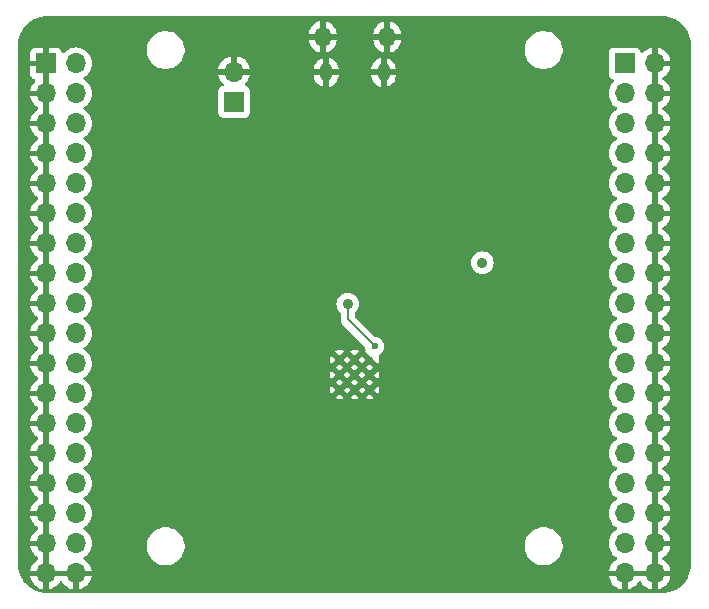
<source format=gbl>
G04 #@! TF.GenerationSoftware,KiCad,Pcbnew,8.0.9-1.fc41*
G04 #@! TF.CreationDate,2025-06-25T22:37:00-07:00*
G04 #@! TF.ProjectId,rp2040_custom_devboard,72703230-3430-45f6-9375-73746f6d5f64,rev?*
G04 #@! TF.SameCoordinates,Original*
G04 #@! TF.FileFunction,Copper,L4,Bot*
G04 #@! TF.FilePolarity,Positive*
%FSLAX46Y46*%
G04 Gerber Fmt 4.6, Leading zero omitted, Abs format (unit mm)*
G04 Created by KiCad (PCBNEW 8.0.9-1.fc41) date 2025-06-25 22:37:00*
%MOMM*%
%LPD*%
G01*
G04 APERTURE LIST*
G04 #@! TA.AperFunction,ComponentPad*
%ADD10R,1.700000X1.700000*%
G04 #@! TD*
G04 #@! TA.AperFunction,ComponentPad*
%ADD11O,1.700000X1.700000*%
G04 #@! TD*
G04 #@! TA.AperFunction,HeatsinkPad*
%ADD12O,1.350000X1.700000*%
G04 #@! TD*
G04 #@! TA.AperFunction,HeatsinkPad*
%ADD13O,1.100000X1.500000*%
G04 #@! TD*
G04 #@! TA.AperFunction,ComponentPad*
%ADD14C,0.600000*%
G04 #@! TD*
G04 #@! TA.AperFunction,ViaPad*
%ADD15C,0.900000*%
G04 #@! TD*
G04 #@! TA.AperFunction,ViaPad*
%ADD16C,0.600000*%
G04 #@! TD*
G04 #@! TA.AperFunction,Conductor*
%ADD17C,0.200000*%
G04 #@! TD*
G04 APERTURE END LIST*
D10*
X132800000Y-88875000D03*
D11*
X132800000Y-86335000D03*
D10*
X116860000Y-85640000D03*
D11*
X119400000Y-85640000D03*
X116860000Y-88180000D03*
X119400000Y-88180000D03*
X116860000Y-90720000D03*
X119400000Y-90720000D03*
X116860000Y-93260000D03*
X119400000Y-93260000D03*
X116860000Y-95800000D03*
X119400000Y-95800000D03*
X116860000Y-98340000D03*
X119400000Y-98340000D03*
X116860000Y-100880000D03*
X119400000Y-100880000D03*
X116860000Y-103420000D03*
X119400000Y-103420000D03*
X116860000Y-105960000D03*
X119400000Y-105960000D03*
X116860000Y-108500000D03*
X119400000Y-108500000D03*
X116860000Y-111040000D03*
X119400000Y-111040000D03*
X116860000Y-113580000D03*
X119400000Y-113580000D03*
X116860000Y-116120000D03*
X119400000Y-116120000D03*
X116860000Y-118660000D03*
X119400000Y-118660000D03*
X116860000Y-121200000D03*
X119400000Y-121200000D03*
X116860000Y-123740000D03*
X119400000Y-123740000D03*
X116860000Y-126280000D03*
X119400000Y-126280000D03*
X116860000Y-128820000D03*
X119400000Y-128820000D03*
D12*
X145755000Y-83385000D03*
D13*
X145445000Y-86385000D03*
X140605000Y-86385000D03*
D12*
X140295000Y-83385000D03*
D14*
X141725000Y-110725000D03*
X141725000Y-112000000D03*
X141725000Y-113275000D03*
X143000000Y-110725000D03*
X143000000Y-112000000D03*
X143000000Y-113275000D03*
X144275000Y-110725000D03*
X144275000Y-112000000D03*
X144275000Y-113275000D03*
D10*
X165860000Y-85640000D03*
D11*
X168400000Y-85640000D03*
X165860000Y-88180000D03*
X168400000Y-88180000D03*
X165860000Y-90720000D03*
X168400000Y-90720000D03*
X165860000Y-93260000D03*
X168400000Y-93260000D03*
X165860000Y-95800000D03*
X168400000Y-95800000D03*
X165860000Y-98340000D03*
X168400000Y-98340000D03*
X165860000Y-100880000D03*
X168400000Y-100880000D03*
X165860000Y-103420000D03*
X168400000Y-103420000D03*
X165860000Y-105960000D03*
X168400000Y-105960000D03*
X165860000Y-108500000D03*
X168400000Y-108500000D03*
X165860000Y-111040000D03*
X168400000Y-111040000D03*
X165860000Y-113580000D03*
X168400000Y-113580000D03*
X165860000Y-116120000D03*
X168400000Y-116120000D03*
X165860000Y-118660000D03*
X168400000Y-118660000D03*
X165860000Y-121200000D03*
X168400000Y-121200000D03*
X165860000Y-123740000D03*
X168400000Y-123740000D03*
X165860000Y-126280000D03*
X168400000Y-126280000D03*
X165860000Y-128820000D03*
X168400000Y-128820000D03*
D15*
X142100000Y-122600000D03*
X136400000Y-119600000D03*
X146700000Y-92000000D03*
X132300000Y-102700000D03*
X141200000Y-88500000D03*
X158900000Y-89300000D03*
X142400000Y-106000000D03*
D16*
X144700000Y-109600000D03*
D15*
X153800000Y-102500000D03*
D17*
X145445000Y-90745000D02*
X145445000Y-86385000D01*
X146700000Y-92000000D02*
X145445000Y-90745000D01*
X144700000Y-109600000D02*
X142400000Y-107300000D01*
X142400000Y-107300000D02*
X142400000Y-106000000D01*
G04 #@! TA.AperFunction,Conductor*
G36*
X118934075Y-128627007D02*
G01*
X118900000Y-128754174D01*
X118900000Y-128885826D01*
X118934075Y-129012993D01*
X118966988Y-129070000D01*
X117293012Y-129070000D01*
X117325925Y-129012993D01*
X117360000Y-128885826D01*
X117360000Y-128754174D01*
X117325925Y-128627007D01*
X117293012Y-128570000D01*
X118966988Y-128570000D01*
X118934075Y-128627007D01*
G37*
G04 #@! TD.AperFunction*
G04 #@! TA.AperFunction,Conductor*
G36*
X117110000Y-128386988D02*
G01*
X117052993Y-128354075D01*
X116925826Y-128320000D01*
X116794174Y-128320000D01*
X116667007Y-128354075D01*
X116610000Y-128386988D01*
X116610000Y-126713012D01*
X116667007Y-126745925D01*
X116794174Y-126780000D01*
X116925826Y-126780000D01*
X117052993Y-126745925D01*
X117110000Y-126713012D01*
X117110000Y-128386988D01*
G37*
G04 #@! TD.AperFunction*
G04 #@! TA.AperFunction,Conductor*
G36*
X117110000Y-125846988D02*
G01*
X117052993Y-125814075D01*
X116925826Y-125780000D01*
X116794174Y-125780000D01*
X116667007Y-125814075D01*
X116610000Y-125846988D01*
X116610000Y-124173012D01*
X116667007Y-124205925D01*
X116794174Y-124240000D01*
X116925826Y-124240000D01*
X117052993Y-124205925D01*
X117110000Y-124173012D01*
X117110000Y-125846988D01*
G37*
G04 #@! TD.AperFunction*
G04 #@! TA.AperFunction,Conductor*
G36*
X117110000Y-123306988D02*
G01*
X117052993Y-123274075D01*
X116925826Y-123240000D01*
X116794174Y-123240000D01*
X116667007Y-123274075D01*
X116610000Y-123306988D01*
X116610000Y-121633012D01*
X116667007Y-121665925D01*
X116794174Y-121700000D01*
X116925826Y-121700000D01*
X117052993Y-121665925D01*
X117110000Y-121633012D01*
X117110000Y-123306988D01*
G37*
G04 #@! TD.AperFunction*
G04 #@! TA.AperFunction,Conductor*
G36*
X117110000Y-120766988D02*
G01*
X117052993Y-120734075D01*
X116925826Y-120700000D01*
X116794174Y-120700000D01*
X116667007Y-120734075D01*
X116610000Y-120766988D01*
X116610000Y-119093012D01*
X116667007Y-119125925D01*
X116794174Y-119160000D01*
X116925826Y-119160000D01*
X117052993Y-119125925D01*
X117110000Y-119093012D01*
X117110000Y-120766988D01*
G37*
G04 #@! TD.AperFunction*
G04 #@! TA.AperFunction,Conductor*
G36*
X117110000Y-118226988D02*
G01*
X117052993Y-118194075D01*
X116925826Y-118160000D01*
X116794174Y-118160000D01*
X116667007Y-118194075D01*
X116610000Y-118226988D01*
X116610000Y-116553012D01*
X116667007Y-116585925D01*
X116794174Y-116620000D01*
X116925826Y-116620000D01*
X117052993Y-116585925D01*
X117110000Y-116553012D01*
X117110000Y-118226988D01*
G37*
G04 #@! TD.AperFunction*
G04 #@! TA.AperFunction,Conductor*
G36*
X117110000Y-115686988D02*
G01*
X117052993Y-115654075D01*
X116925826Y-115620000D01*
X116794174Y-115620000D01*
X116667007Y-115654075D01*
X116610000Y-115686988D01*
X116610000Y-114013012D01*
X116667007Y-114045925D01*
X116794174Y-114080000D01*
X116925826Y-114080000D01*
X117052993Y-114045925D01*
X117110000Y-114013012D01*
X117110000Y-115686988D01*
G37*
G04 #@! TD.AperFunction*
G04 #@! TA.AperFunction,Conductor*
G36*
X117110000Y-113146988D02*
G01*
X117052993Y-113114075D01*
X116925826Y-113080000D01*
X116794174Y-113080000D01*
X116667007Y-113114075D01*
X116610000Y-113146988D01*
X116610000Y-111473012D01*
X116667007Y-111505925D01*
X116794174Y-111540000D01*
X116925826Y-111540000D01*
X117052993Y-111505925D01*
X117110000Y-111473012D01*
X117110000Y-113146988D01*
G37*
G04 #@! TD.AperFunction*
G04 #@! TA.AperFunction,Conductor*
G36*
X117110000Y-110606988D02*
G01*
X117052993Y-110574075D01*
X116925826Y-110540000D01*
X116794174Y-110540000D01*
X116667007Y-110574075D01*
X116610000Y-110606988D01*
X116610000Y-108933012D01*
X116667007Y-108965925D01*
X116794174Y-109000000D01*
X116925826Y-109000000D01*
X117052993Y-108965925D01*
X117110000Y-108933012D01*
X117110000Y-110606988D01*
G37*
G04 #@! TD.AperFunction*
G04 #@! TA.AperFunction,Conductor*
G36*
X117110000Y-108066988D02*
G01*
X117052993Y-108034075D01*
X116925826Y-108000000D01*
X116794174Y-108000000D01*
X116667007Y-108034075D01*
X116610000Y-108066988D01*
X116610000Y-106393012D01*
X116667007Y-106425925D01*
X116794174Y-106460000D01*
X116925826Y-106460000D01*
X117052993Y-106425925D01*
X117110000Y-106393012D01*
X117110000Y-108066988D01*
G37*
G04 #@! TD.AperFunction*
G04 #@! TA.AperFunction,Conductor*
G36*
X117110000Y-105526988D02*
G01*
X117052993Y-105494075D01*
X116925826Y-105460000D01*
X116794174Y-105460000D01*
X116667007Y-105494075D01*
X116610000Y-105526988D01*
X116610000Y-103853012D01*
X116667007Y-103885925D01*
X116794174Y-103920000D01*
X116925826Y-103920000D01*
X117052993Y-103885925D01*
X117110000Y-103853012D01*
X117110000Y-105526988D01*
G37*
G04 #@! TD.AperFunction*
G04 #@! TA.AperFunction,Conductor*
G36*
X117110000Y-102986988D02*
G01*
X117052993Y-102954075D01*
X116925826Y-102920000D01*
X116794174Y-102920000D01*
X116667007Y-102954075D01*
X116610000Y-102986988D01*
X116610000Y-101313012D01*
X116667007Y-101345925D01*
X116794174Y-101380000D01*
X116925826Y-101380000D01*
X117052993Y-101345925D01*
X117110000Y-101313012D01*
X117110000Y-102986988D01*
G37*
G04 #@! TD.AperFunction*
G04 #@! TA.AperFunction,Conductor*
G36*
X117110000Y-100446988D02*
G01*
X117052993Y-100414075D01*
X116925826Y-100380000D01*
X116794174Y-100380000D01*
X116667007Y-100414075D01*
X116610000Y-100446988D01*
X116610000Y-98773012D01*
X116667007Y-98805925D01*
X116794174Y-98840000D01*
X116925826Y-98840000D01*
X117052993Y-98805925D01*
X117110000Y-98773012D01*
X117110000Y-100446988D01*
G37*
G04 #@! TD.AperFunction*
G04 #@! TA.AperFunction,Conductor*
G36*
X117110000Y-97906988D02*
G01*
X117052993Y-97874075D01*
X116925826Y-97840000D01*
X116794174Y-97840000D01*
X116667007Y-97874075D01*
X116610000Y-97906988D01*
X116610000Y-96233012D01*
X116667007Y-96265925D01*
X116794174Y-96300000D01*
X116925826Y-96300000D01*
X117052993Y-96265925D01*
X117110000Y-96233012D01*
X117110000Y-97906988D01*
G37*
G04 #@! TD.AperFunction*
G04 #@! TA.AperFunction,Conductor*
G36*
X117110000Y-95366988D02*
G01*
X117052993Y-95334075D01*
X116925826Y-95300000D01*
X116794174Y-95300000D01*
X116667007Y-95334075D01*
X116610000Y-95366988D01*
X116610000Y-93693012D01*
X116667007Y-93725925D01*
X116794174Y-93760000D01*
X116925826Y-93760000D01*
X117052993Y-93725925D01*
X117110000Y-93693012D01*
X117110000Y-95366988D01*
G37*
G04 #@! TD.AperFunction*
G04 #@! TA.AperFunction,Conductor*
G36*
X117110000Y-92826988D02*
G01*
X117052993Y-92794075D01*
X116925826Y-92760000D01*
X116794174Y-92760000D01*
X116667007Y-92794075D01*
X116610000Y-92826988D01*
X116610000Y-91153012D01*
X116667007Y-91185925D01*
X116794174Y-91220000D01*
X116925826Y-91220000D01*
X117052993Y-91185925D01*
X117110000Y-91153012D01*
X117110000Y-92826988D01*
G37*
G04 #@! TD.AperFunction*
G04 #@! TA.AperFunction,Conductor*
G36*
X117110000Y-90286988D02*
G01*
X117052993Y-90254075D01*
X116925826Y-90220000D01*
X116794174Y-90220000D01*
X116667007Y-90254075D01*
X116610000Y-90286988D01*
X116610000Y-88613012D01*
X116667007Y-88645925D01*
X116794174Y-88680000D01*
X116925826Y-88680000D01*
X117052993Y-88645925D01*
X117110000Y-88613012D01*
X117110000Y-90286988D01*
G37*
G04 #@! TD.AperFunction*
G04 #@! TA.AperFunction,Conductor*
G36*
X117110000Y-87746988D02*
G01*
X117052993Y-87714075D01*
X116925826Y-87680000D01*
X116794174Y-87680000D01*
X116667007Y-87714075D01*
X116610000Y-87746988D01*
X116610000Y-86073012D01*
X116667007Y-86105925D01*
X116794174Y-86140000D01*
X116925826Y-86140000D01*
X117052993Y-86105925D01*
X117110000Y-86073012D01*
X117110000Y-87746988D01*
G37*
G04 #@! TD.AperFunction*
G04 #@! TA.AperFunction,Conductor*
G36*
X167934075Y-128627007D02*
G01*
X167900000Y-128754174D01*
X167900000Y-128885826D01*
X167934075Y-129012993D01*
X167966988Y-129070000D01*
X166293012Y-129070000D01*
X166325925Y-129012993D01*
X166360000Y-128885826D01*
X166360000Y-128754174D01*
X166325925Y-128627007D01*
X166293012Y-128570000D01*
X167966988Y-128570000D01*
X167934075Y-128627007D01*
G37*
G04 #@! TD.AperFunction*
G04 #@! TA.AperFunction,Conductor*
G36*
X168650000Y-128386988D02*
G01*
X168592993Y-128354075D01*
X168465826Y-128320000D01*
X168334174Y-128320000D01*
X168207007Y-128354075D01*
X168150000Y-128386988D01*
X168150000Y-126713012D01*
X168207007Y-126745925D01*
X168334174Y-126780000D01*
X168465826Y-126780000D01*
X168592993Y-126745925D01*
X168650000Y-126713012D01*
X168650000Y-128386988D01*
G37*
G04 #@! TD.AperFunction*
G04 #@! TA.AperFunction,Conductor*
G36*
X168650000Y-125846988D02*
G01*
X168592993Y-125814075D01*
X168465826Y-125780000D01*
X168334174Y-125780000D01*
X168207007Y-125814075D01*
X168150000Y-125846988D01*
X168150000Y-124173012D01*
X168207007Y-124205925D01*
X168334174Y-124240000D01*
X168465826Y-124240000D01*
X168592993Y-124205925D01*
X168650000Y-124173012D01*
X168650000Y-125846988D01*
G37*
G04 #@! TD.AperFunction*
G04 #@! TA.AperFunction,Conductor*
G36*
X168650000Y-123306988D02*
G01*
X168592993Y-123274075D01*
X168465826Y-123240000D01*
X168334174Y-123240000D01*
X168207007Y-123274075D01*
X168150000Y-123306988D01*
X168150000Y-121633012D01*
X168207007Y-121665925D01*
X168334174Y-121700000D01*
X168465826Y-121700000D01*
X168592993Y-121665925D01*
X168650000Y-121633012D01*
X168650000Y-123306988D01*
G37*
G04 #@! TD.AperFunction*
G04 #@! TA.AperFunction,Conductor*
G36*
X168650000Y-120766988D02*
G01*
X168592993Y-120734075D01*
X168465826Y-120700000D01*
X168334174Y-120700000D01*
X168207007Y-120734075D01*
X168150000Y-120766988D01*
X168150000Y-119093012D01*
X168207007Y-119125925D01*
X168334174Y-119160000D01*
X168465826Y-119160000D01*
X168592993Y-119125925D01*
X168650000Y-119093012D01*
X168650000Y-120766988D01*
G37*
G04 #@! TD.AperFunction*
G04 #@! TA.AperFunction,Conductor*
G36*
X168650000Y-118226988D02*
G01*
X168592993Y-118194075D01*
X168465826Y-118160000D01*
X168334174Y-118160000D01*
X168207007Y-118194075D01*
X168150000Y-118226988D01*
X168150000Y-116553012D01*
X168207007Y-116585925D01*
X168334174Y-116620000D01*
X168465826Y-116620000D01*
X168592993Y-116585925D01*
X168650000Y-116553012D01*
X168650000Y-118226988D01*
G37*
G04 #@! TD.AperFunction*
G04 #@! TA.AperFunction,Conductor*
G36*
X168650000Y-115686988D02*
G01*
X168592993Y-115654075D01*
X168465826Y-115620000D01*
X168334174Y-115620000D01*
X168207007Y-115654075D01*
X168150000Y-115686988D01*
X168150000Y-114013012D01*
X168207007Y-114045925D01*
X168334174Y-114080000D01*
X168465826Y-114080000D01*
X168592993Y-114045925D01*
X168650000Y-114013012D01*
X168650000Y-115686988D01*
G37*
G04 #@! TD.AperFunction*
G04 #@! TA.AperFunction,Conductor*
G36*
X168650000Y-113146988D02*
G01*
X168592993Y-113114075D01*
X168465826Y-113080000D01*
X168334174Y-113080000D01*
X168207007Y-113114075D01*
X168150000Y-113146988D01*
X168150000Y-111473012D01*
X168207007Y-111505925D01*
X168334174Y-111540000D01*
X168465826Y-111540000D01*
X168592993Y-111505925D01*
X168650000Y-111473012D01*
X168650000Y-113146988D01*
G37*
G04 #@! TD.AperFunction*
G04 #@! TA.AperFunction,Conductor*
G36*
X168650000Y-110606988D02*
G01*
X168592993Y-110574075D01*
X168465826Y-110540000D01*
X168334174Y-110540000D01*
X168207007Y-110574075D01*
X168150000Y-110606988D01*
X168150000Y-108933012D01*
X168207007Y-108965925D01*
X168334174Y-109000000D01*
X168465826Y-109000000D01*
X168592993Y-108965925D01*
X168650000Y-108933012D01*
X168650000Y-110606988D01*
G37*
G04 #@! TD.AperFunction*
G04 #@! TA.AperFunction,Conductor*
G36*
X168650000Y-108066988D02*
G01*
X168592993Y-108034075D01*
X168465826Y-108000000D01*
X168334174Y-108000000D01*
X168207007Y-108034075D01*
X168150000Y-108066988D01*
X168150000Y-106393012D01*
X168207007Y-106425925D01*
X168334174Y-106460000D01*
X168465826Y-106460000D01*
X168592993Y-106425925D01*
X168650000Y-106393012D01*
X168650000Y-108066988D01*
G37*
G04 #@! TD.AperFunction*
G04 #@! TA.AperFunction,Conductor*
G36*
X168650000Y-105526988D02*
G01*
X168592993Y-105494075D01*
X168465826Y-105460000D01*
X168334174Y-105460000D01*
X168207007Y-105494075D01*
X168150000Y-105526988D01*
X168150000Y-103853012D01*
X168207007Y-103885925D01*
X168334174Y-103920000D01*
X168465826Y-103920000D01*
X168592993Y-103885925D01*
X168650000Y-103853012D01*
X168650000Y-105526988D01*
G37*
G04 #@! TD.AperFunction*
G04 #@! TA.AperFunction,Conductor*
G36*
X168650000Y-102986988D02*
G01*
X168592993Y-102954075D01*
X168465826Y-102920000D01*
X168334174Y-102920000D01*
X168207007Y-102954075D01*
X168150000Y-102986988D01*
X168150000Y-101313012D01*
X168207007Y-101345925D01*
X168334174Y-101380000D01*
X168465826Y-101380000D01*
X168592993Y-101345925D01*
X168650000Y-101313012D01*
X168650000Y-102986988D01*
G37*
G04 #@! TD.AperFunction*
G04 #@! TA.AperFunction,Conductor*
G36*
X168650000Y-100446988D02*
G01*
X168592993Y-100414075D01*
X168465826Y-100380000D01*
X168334174Y-100380000D01*
X168207007Y-100414075D01*
X168150000Y-100446988D01*
X168150000Y-98773012D01*
X168207007Y-98805925D01*
X168334174Y-98840000D01*
X168465826Y-98840000D01*
X168592993Y-98805925D01*
X168650000Y-98773012D01*
X168650000Y-100446988D01*
G37*
G04 #@! TD.AperFunction*
G04 #@! TA.AperFunction,Conductor*
G36*
X168650000Y-97906988D02*
G01*
X168592993Y-97874075D01*
X168465826Y-97840000D01*
X168334174Y-97840000D01*
X168207007Y-97874075D01*
X168150000Y-97906988D01*
X168150000Y-96233012D01*
X168207007Y-96265925D01*
X168334174Y-96300000D01*
X168465826Y-96300000D01*
X168592993Y-96265925D01*
X168650000Y-96233012D01*
X168650000Y-97906988D01*
G37*
G04 #@! TD.AperFunction*
G04 #@! TA.AperFunction,Conductor*
G36*
X168650000Y-95366988D02*
G01*
X168592993Y-95334075D01*
X168465826Y-95300000D01*
X168334174Y-95300000D01*
X168207007Y-95334075D01*
X168150000Y-95366988D01*
X168150000Y-93693012D01*
X168207007Y-93725925D01*
X168334174Y-93760000D01*
X168465826Y-93760000D01*
X168592993Y-93725925D01*
X168650000Y-93693012D01*
X168650000Y-95366988D01*
G37*
G04 #@! TD.AperFunction*
G04 #@! TA.AperFunction,Conductor*
G36*
X168650000Y-92826988D02*
G01*
X168592993Y-92794075D01*
X168465826Y-92760000D01*
X168334174Y-92760000D01*
X168207007Y-92794075D01*
X168150000Y-92826988D01*
X168150000Y-91153012D01*
X168207007Y-91185925D01*
X168334174Y-91220000D01*
X168465826Y-91220000D01*
X168592993Y-91185925D01*
X168650000Y-91153012D01*
X168650000Y-92826988D01*
G37*
G04 #@! TD.AperFunction*
G04 #@! TA.AperFunction,Conductor*
G36*
X168650000Y-90286988D02*
G01*
X168592993Y-90254075D01*
X168465826Y-90220000D01*
X168334174Y-90220000D01*
X168207007Y-90254075D01*
X168150000Y-90286988D01*
X168150000Y-88613012D01*
X168207007Y-88645925D01*
X168334174Y-88680000D01*
X168465826Y-88680000D01*
X168592993Y-88645925D01*
X168650000Y-88613012D01*
X168650000Y-90286988D01*
G37*
G04 #@! TD.AperFunction*
G04 #@! TA.AperFunction,Conductor*
G36*
X168650000Y-87746988D02*
G01*
X168592993Y-87714075D01*
X168465826Y-87680000D01*
X168334174Y-87680000D01*
X168207007Y-87714075D01*
X168150000Y-87746988D01*
X168150000Y-86073012D01*
X168207007Y-86105925D01*
X168334174Y-86140000D01*
X168465826Y-86140000D01*
X168592993Y-86105925D01*
X168650000Y-86073012D01*
X168650000Y-87746988D01*
G37*
G04 #@! TD.AperFunction*
G04 #@! TA.AperFunction,Conductor*
G36*
X169003736Y-81600726D02*
G01*
X169293796Y-81618271D01*
X169308659Y-81620076D01*
X169590798Y-81671780D01*
X169605335Y-81675363D01*
X169879172Y-81760695D01*
X169893163Y-81766000D01*
X170154743Y-81883727D01*
X170167989Y-81890680D01*
X170413465Y-82039075D01*
X170425776Y-82047573D01*
X170626784Y-82205052D01*
X170651573Y-82224473D01*
X170662781Y-82234403D01*
X170865596Y-82437218D01*
X170875526Y-82448426D01*
X170995481Y-82601538D01*
X171052422Y-82674217D01*
X171060928Y-82686540D01*
X171209316Y-82932004D01*
X171216275Y-82945263D01*
X171333997Y-83206831D01*
X171339306Y-83220832D01*
X171424635Y-83494663D01*
X171428219Y-83509201D01*
X171479923Y-83791340D01*
X171481728Y-83806205D01*
X171499274Y-84096263D01*
X171499500Y-84103750D01*
X171499500Y-127996249D01*
X171499274Y-128003736D01*
X171481728Y-128293794D01*
X171479923Y-128308659D01*
X171428219Y-128590798D01*
X171424635Y-128605336D01*
X171339306Y-128879167D01*
X171333997Y-128893168D01*
X171216275Y-129154736D01*
X171209316Y-129167995D01*
X171060928Y-129413459D01*
X171052422Y-129425782D01*
X170875526Y-129651573D01*
X170865596Y-129662781D01*
X170662781Y-129865596D01*
X170651573Y-129875526D01*
X170425782Y-130052422D01*
X170413459Y-130060928D01*
X170167995Y-130209316D01*
X170154736Y-130216275D01*
X169893168Y-130333997D01*
X169879167Y-130339306D01*
X169605336Y-130424635D01*
X169590798Y-130428219D01*
X169308659Y-130479923D01*
X169293794Y-130481728D01*
X169003736Y-130499274D01*
X168996249Y-130499500D01*
X117003751Y-130499500D01*
X116996264Y-130499274D01*
X116706205Y-130481728D01*
X116691340Y-130479923D01*
X116409201Y-130428219D01*
X116394663Y-130424635D01*
X116120832Y-130339306D01*
X116106831Y-130333997D01*
X115845263Y-130216275D01*
X115832004Y-130209316D01*
X115734932Y-130150634D01*
X115586537Y-130060926D01*
X115574217Y-130052422D01*
X115348426Y-129875526D01*
X115337218Y-129865596D01*
X115134403Y-129662781D01*
X115124473Y-129651573D01*
X114947573Y-129425776D01*
X114939075Y-129413465D01*
X114790680Y-129167989D01*
X114783727Y-129154743D01*
X114666000Y-128893163D01*
X114660693Y-128879167D01*
X114575364Y-128605336D01*
X114571780Y-128590798D01*
X114528846Y-128356513D01*
X114520075Y-128308657D01*
X114518271Y-128293794D01*
X114511306Y-128178655D01*
X114500726Y-128003736D01*
X114500500Y-127996249D01*
X114500500Y-84742155D01*
X115510000Y-84742155D01*
X115510000Y-85390000D01*
X116426988Y-85390000D01*
X116394075Y-85447007D01*
X116360000Y-85574174D01*
X116360000Y-85705826D01*
X116394075Y-85832993D01*
X116426988Y-85890000D01*
X115510000Y-85890000D01*
X115510000Y-86537844D01*
X115516401Y-86597372D01*
X115516403Y-86597379D01*
X115566645Y-86732086D01*
X115566649Y-86732093D01*
X115652809Y-86847187D01*
X115652812Y-86847190D01*
X115767906Y-86933350D01*
X115767913Y-86933354D01*
X115899986Y-86982614D01*
X115955920Y-87024485D01*
X115980337Y-87089949D01*
X115965486Y-87158222D01*
X115944335Y-87186477D01*
X115821886Y-87308926D01*
X115686400Y-87502420D01*
X115686399Y-87502422D01*
X115586570Y-87716507D01*
X115586567Y-87716513D01*
X115529364Y-87929999D01*
X115529364Y-87930000D01*
X116426988Y-87930000D01*
X116394075Y-87987007D01*
X116360000Y-88114174D01*
X116360000Y-88245826D01*
X116394075Y-88372993D01*
X116426988Y-88430000D01*
X115529364Y-88430000D01*
X115586567Y-88643486D01*
X115586570Y-88643492D01*
X115686399Y-88857578D01*
X115821894Y-89051082D01*
X115988917Y-89218105D01*
X116175031Y-89348425D01*
X116218656Y-89403003D01*
X116225848Y-89472501D01*
X116194326Y-89534856D01*
X116175031Y-89551575D01*
X115988922Y-89681890D01*
X115988920Y-89681891D01*
X115821891Y-89848920D01*
X115821886Y-89848926D01*
X115686400Y-90042420D01*
X115686399Y-90042422D01*
X115586570Y-90256507D01*
X115586567Y-90256513D01*
X115529364Y-90469999D01*
X115529364Y-90470000D01*
X116426988Y-90470000D01*
X116394075Y-90527007D01*
X116360000Y-90654174D01*
X116360000Y-90785826D01*
X116394075Y-90912993D01*
X116426988Y-90970000D01*
X115529364Y-90970000D01*
X115586567Y-91183486D01*
X115586570Y-91183492D01*
X115686399Y-91397578D01*
X115821894Y-91591082D01*
X115988917Y-91758105D01*
X116175031Y-91888425D01*
X116218656Y-91943003D01*
X116225848Y-92012501D01*
X116194326Y-92074856D01*
X116175031Y-92091575D01*
X115988922Y-92221890D01*
X115988920Y-92221891D01*
X115821891Y-92388920D01*
X115821886Y-92388926D01*
X115686400Y-92582420D01*
X115686399Y-92582422D01*
X115586570Y-92796507D01*
X115586567Y-92796513D01*
X115529364Y-93009999D01*
X115529364Y-93010000D01*
X116426988Y-93010000D01*
X116394075Y-93067007D01*
X116360000Y-93194174D01*
X116360000Y-93325826D01*
X116394075Y-93452993D01*
X116426988Y-93510000D01*
X115529364Y-93510000D01*
X115586567Y-93723486D01*
X115586570Y-93723492D01*
X115686399Y-93937578D01*
X115821894Y-94131082D01*
X115988917Y-94298105D01*
X116175031Y-94428425D01*
X116218656Y-94483003D01*
X116225848Y-94552501D01*
X116194326Y-94614856D01*
X116175031Y-94631575D01*
X115988922Y-94761890D01*
X115988920Y-94761891D01*
X115821891Y-94928920D01*
X115821886Y-94928926D01*
X115686400Y-95122420D01*
X115686399Y-95122422D01*
X115586570Y-95336507D01*
X115586567Y-95336513D01*
X115529364Y-95549999D01*
X115529364Y-95550000D01*
X116426988Y-95550000D01*
X116394075Y-95607007D01*
X116360000Y-95734174D01*
X116360000Y-95865826D01*
X116394075Y-95992993D01*
X116426988Y-96050000D01*
X115529364Y-96050000D01*
X115586567Y-96263486D01*
X115586570Y-96263492D01*
X115686399Y-96477578D01*
X115821894Y-96671082D01*
X115988917Y-96838105D01*
X116175031Y-96968425D01*
X116218656Y-97023003D01*
X116225848Y-97092501D01*
X116194326Y-97154856D01*
X116175031Y-97171575D01*
X115988922Y-97301890D01*
X115988920Y-97301891D01*
X115821891Y-97468920D01*
X115821886Y-97468926D01*
X115686400Y-97662420D01*
X115686399Y-97662422D01*
X115586570Y-97876507D01*
X115586567Y-97876513D01*
X115529364Y-98089999D01*
X115529364Y-98090000D01*
X116426988Y-98090000D01*
X116394075Y-98147007D01*
X116360000Y-98274174D01*
X116360000Y-98405826D01*
X116394075Y-98532993D01*
X116426988Y-98590000D01*
X115529364Y-98590000D01*
X115586567Y-98803486D01*
X115586570Y-98803492D01*
X115686399Y-99017578D01*
X115821894Y-99211082D01*
X115988917Y-99378105D01*
X116175031Y-99508425D01*
X116218656Y-99563003D01*
X116225848Y-99632501D01*
X116194326Y-99694856D01*
X116175031Y-99711575D01*
X115988922Y-99841890D01*
X115988920Y-99841891D01*
X115821891Y-100008920D01*
X115821886Y-100008926D01*
X115686400Y-100202420D01*
X115686399Y-100202422D01*
X115586570Y-100416507D01*
X115586567Y-100416513D01*
X115529364Y-100629999D01*
X115529364Y-100630000D01*
X116426988Y-100630000D01*
X116394075Y-100687007D01*
X116360000Y-100814174D01*
X116360000Y-100945826D01*
X116394075Y-101072993D01*
X116426988Y-101130000D01*
X115529364Y-101130000D01*
X115586567Y-101343486D01*
X115586570Y-101343492D01*
X115686399Y-101557578D01*
X115821894Y-101751082D01*
X115988917Y-101918105D01*
X116175031Y-102048425D01*
X116218656Y-102103003D01*
X116225848Y-102172501D01*
X116194326Y-102234856D01*
X116175031Y-102251575D01*
X115988922Y-102381890D01*
X115988920Y-102381891D01*
X115821891Y-102548920D01*
X115821886Y-102548926D01*
X115686400Y-102742420D01*
X115686399Y-102742422D01*
X115586570Y-102956507D01*
X115586567Y-102956513D01*
X115529364Y-103169999D01*
X115529364Y-103170000D01*
X116426988Y-103170000D01*
X116394075Y-103227007D01*
X116360000Y-103354174D01*
X116360000Y-103485826D01*
X116394075Y-103612993D01*
X116426988Y-103670000D01*
X115529364Y-103670000D01*
X115586567Y-103883486D01*
X115586570Y-103883492D01*
X115686399Y-104097578D01*
X115821894Y-104291082D01*
X115988917Y-104458105D01*
X116175031Y-104588425D01*
X116218656Y-104643003D01*
X116225848Y-104712501D01*
X116194326Y-104774856D01*
X116175031Y-104791575D01*
X115988922Y-104921890D01*
X115988920Y-104921891D01*
X115821891Y-105088920D01*
X115821886Y-105088926D01*
X115686400Y-105282420D01*
X115686399Y-105282422D01*
X115586570Y-105496507D01*
X115586567Y-105496513D01*
X115529364Y-105709999D01*
X115529364Y-105710000D01*
X116426988Y-105710000D01*
X116394075Y-105767007D01*
X116360000Y-105894174D01*
X116360000Y-106025826D01*
X116394075Y-106152993D01*
X116426988Y-106210000D01*
X115529364Y-106210000D01*
X115586567Y-106423486D01*
X115586570Y-106423492D01*
X115686399Y-106637578D01*
X115821894Y-106831082D01*
X115988917Y-106998105D01*
X116175031Y-107128425D01*
X116218656Y-107183003D01*
X116225848Y-107252501D01*
X116194326Y-107314856D01*
X116175031Y-107331575D01*
X115988922Y-107461890D01*
X115988920Y-107461891D01*
X115821891Y-107628920D01*
X115821886Y-107628926D01*
X115686400Y-107822420D01*
X115686399Y-107822422D01*
X115586570Y-108036507D01*
X115586567Y-108036513D01*
X115529364Y-108249999D01*
X115529364Y-108250000D01*
X116426988Y-108250000D01*
X116394075Y-108307007D01*
X116360000Y-108434174D01*
X116360000Y-108565826D01*
X116394075Y-108692993D01*
X116426988Y-108750000D01*
X115529364Y-108750000D01*
X115586567Y-108963486D01*
X115586570Y-108963492D01*
X115686399Y-109177578D01*
X115821894Y-109371082D01*
X115988917Y-109538105D01*
X116175031Y-109668425D01*
X116218656Y-109723003D01*
X116225848Y-109792501D01*
X116194326Y-109854856D01*
X116175031Y-109871575D01*
X115988922Y-110001890D01*
X115988920Y-110001891D01*
X115821891Y-110168920D01*
X115821886Y-110168926D01*
X115686400Y-110362420D01*
X115686399Y-110362422D01*
X115586570Y-110576507D01*
X115586567Y-110576513D01*
X115529364Y-110789999D01*
X115529364Y-110790000D01*
X116426988Y-110790000D01*
X116394075Y-110847007D01*
X116360000Y-110974174D01*
X116360000Y-111105826D01*
X116394075Y-111232993D01*
X116426988Y-111290000D01*
X115529364Y-111290000D01*
X115586567Y-111503486D01*
X115586570Y-111503492D01*
X115686399Y-111717578D01*
X115821894Y-111911082D01*
X115988917Y-112078105D01*
X116175031Y-112208425D01*
X116218656Y-112263003D01*
X116225848Y-112332501D01*
X116194326Y-112394856D01*
X116175031Y-112411575D01*
X115988922Y-112541890D01*
X115988920Y-112541891D01*
X115821891Y-112708920D01*
X115821886Y-112708926D01*
X115686400Y-112902420D01*
X115686399Y-112902422D01*
X115586570Y-113116507D01*
X115586567Y-113116513D01*
X115529364Y-113329999D01*
X115529364Y-113330000D01*
X116426988Y-113330000D01*
X116394075Y-113387007D01*
X116360000Y-113514174D01*
X116360000Y-113645826D01*
X116394075Y-113772993D01*
X116426988Y-113830000D01*
X115529364Y-113830000D01*
X115586567Y-114043486D01*
X115586570Y-114043492D01*
X115686399Y-114257578D01*
X115821894Y-114451082D01*
X115988917Y-114618105D01*
X116175031Y-114748425D01*
X116218656Y-114803003D01*
X116225848Y-114872501D01*
X116194326Y-114934856D01*
X116175031Y-114951575D01*
X115988922Y-115081890D01*
X115988920Y-115081891D01*
X115821891Y-115248920D01*
X115821886Y-115248926D01*
X115686400Y-115442420D01*
X115686399Y-115442422D01*
X115586570Y-115656507D01*
X115586567Y-115656513D01*
X115529364Y-115869999D01*
X115529364Y-115870000D01*
X116426988Y-115870000D01*
X116394075Y-115927007D01*
X116360000Y-116054174D01*
X116360000Y-116185826D01*
X116394075Y-116312993D01*
X116426988Y-116370000D01*
X115529364Y-116370000D01*
X115586567Y-116583486D01*
X115586570Y-116583492D01*
X115686399Y-116797578D01*
X115821894Y-116991082D01*
X115988917Y-117158105D01*
X116175031Y-117288425D01*
X116218656Y-117343003D01*
X116225848Y-117412501D01*
X116194326Y-117474856D01*
X116175031Y-117491575D01*
X115988922Y-117621890D01*
X115988920Y-117621891D01*
X115821891Y-117788920D01*
X115821886Y-117788926D01*
X115686400Y-117982420D01*
X115686399Y-117982422D01*
X115586570Y-118196507D01*
X115586567Y-118196513D01*
X115529364Y-118409999D01*
X115529364Y-118410000D01*
X116426988Y-118410000D01*
X116394075Y-118467007D01*
X116360000Y-118594174D01*
X116360000Y-118725826D01*
X116394075Y-118852993D01*
X116426988Y-118910000D01*
X115529364Y-118910000D01*
X115586567Y-119123486D01*
X115586570Y-119123492D01*
X115686399Y-119337578D01*
X115821894Y-119531082D01*
X115988917Y-119698105D01*
X116175031Y-119828425D01*
X116218656Y-119883003D01*
X116225848Y-119952501D01*
X116194326Y-120014856D01*
X116175031Y-120031575D01*
X115988922Y-120161890D01*
X115988920Y-120161891D01*
X115821891Y-120328920D01*
X115821886Y-120328926D01*
X115686400Y-120522420D01*
X115686399Y-120522422D01*
X115586570Y-120736507D01*
X115586567Y-120736513D01*
X115529364Y-120949999D01*
X115529364Y-120950000D01*
X116426988Y-120950000D01*
X116394075Y-121007007D01*
X116360000Y-121134174D01*
X116360000Y-121265826D01*
X116394075Y-121392993D01*
X116426988Y-121450000D01*
X115529364Y-121450000D01*
X115586567Y-121663486D01*
X115586570Y-121663492D01*
X115686399Y-121877578D01*
X115821894Y-122071082D01*
X115988917Y-122238105D01*
X116175031Y-122368425D01*
X116218656Y-122423003D01*
X116225848Y-122492501D01*
X116194326Y-122554856D01*
X116175031Y-122571575D01*
X115988922Y-122701890D01*
X115988920Y-122701891D01*
X115821891Y-122868920D01*
X115821886Y-122868926D01*
X115686400Y-123062420D01*
X115686399Y-123062422D01*
X115586570Y-123276507D01*
X115586567Y-123276513D01*
X115529364Y-123489999D01*
X115529364Y-123490000D01*
X116426988Y-123490000D01*
X116394075Y-123547007D01*
X116360000Y-123674174D01*
X116360000Y-123805826D01*
X116394075Y-123932993D01*
X116426988Y-123990000D01*
X115529364Y-123990000D01*
X115586567Y-124203486D01*
X115586570Y-124203492D01*
X115686399Y-124417578D01*
X115821894Y-124611082D01*
X115988917Y-124778105D01*
X116175031Y-124908425D01*
X116218656Y-124963003D01*
X116225848Y-125032501D01*
X116194326Y-125094856D01*
X116175031Y-125111575D01*
X115988922Y-125241890D01*
X115988920Y-125241891D01*
X115821891Y-125408920D01*
X115821886Y-125408926D01*
X115686400Y-125602420D01*
X115686399Y-125602422D01*
X115586570Y-125816507D01*
X115586567Y-125816513D01*
X115529364Y-126029999D01*
X115529364Y-126030000D01*
X116426988Y-126030000D01*
X116394075Y-126087007D01*
X116360000Y-126214174D01*
X116360000Y-126345826D01*
X116394075Y-126472993D01*
X116426988Y-126530000D01*
X115529364Y-126530000D01*
X115586567Y-126743486D01*
X115586570Y-126743492D01*
X115686399Y-126957578D01*
X115821894Y-127151082D01*
X115988917Y-127318105D01*
X116175031Y-127448425D01*
X116218656Y-127503003D01*
X116225848Y-127572501D01*
X116194326Y-127634856D01*
X116175031Y-127651575D01*
X115988922Y-127781890D01*
X115988920Y-127781891D01*
X115821891Y-127948920D01*
X115821886Y-127948926D01*
X115686400Y-128142420D01*
X115686399Y-128142422D01*
X115586570Y-128356507D01*
X115586567Y-128356513D01*
X115529364Y-128569999D01*
X115529364Y-128570000D01*
X116426988Y-128570000D01*
X116394075Y-128627007D01*
X116360000Y-128754174D01*
X116360000Y-128885826D01*
X116394075Y-129012993D01*
X116426988Y-129070000D01*
X115529364Y-129070000D01*
X115586567Y-129283486D01*
X115586570Y-129283492D01*
X115686399Y-129497578D01*
X115821894Y-129691082D01*
X115988917Y-129858105D01*
X116182421Y-129993600D01*
X116396507Y-130093429D01*
X116396516Y-130093433D01*
X116610000Y-130150634D01*
X116610000Y-129253012D01*
X116667007Y-129285925D01*
X116794174Y-129320000D01*
X116925826Y-129320000D01*
X117052993Y-129285925D01*
X117110000Y-129253012D01*
X117110000Y-130150634D01*
X117323483Y-130093433D01*
X117323492Y-130093429D01*
X117537578Y-129993600D01*
X117731082Y-129858105D01*
X117898105Y-129691082D01*
X118028425Y-129504968D01*
X118083002Y-129461344D01*
X118152501Y-129454151D01*
X118214855Y-129485673D01*
X118231575Y-129504968D01*
X118361894Y-129691082D01*
X118528917Y-129858105D01*
X118722421Y-129993600D01*
X118936507Y-130093429D01*
X118936516Y-130093433D01*
X119150000Y-130150634D01*
X119150000Y-129253012D01*
X119207007Y-129285925D01*
X119334174Y-129320000D01*
X119465826Y-129320000D01*
X119592993Y-129285925D01*
X119650000Y-129253012D01*
X119650000Y-130150634D01*
X119863483Y-130093433D01*
X119863492Y-130093429D01*
X120077578Y-129993600D01*
X120271082Y-129858105D01*
X120438105Y-129691082D01*
X120573600Y-129497578D01*
X120673429Y-129283492D01*
X120673432Y-129283486D01*
X120730636Y-129070000D01*
X119833012Y-129070000D01*
X119865925Y-129012993D01*
X119900000Y-128885826D01*
X119900000Y-128754174D01*
X119865925Y-128627007D01*
X119833012Y-128570000D01*
X120730636Y-128570000D01*
X120730635Y-128569999D01*
X120673432Y-128356513D01*
X120673429Y-128356507D01*
X120573600Y-128142422D01*
X120573599Y-128142420D01*
X120438113Y-127948926D01*
X120438108Y-127948920D01*
X120271078Y-127781890D01*
X120085405Y-127651879D01*
X120041780Y-127597302D01*
X120034588Y-127527804D01*
X120066110Y-127465449D01*
X120085406Y-127448730D01*
X120085842Y-127448425D01*
X120271401Y-127318495D01*
X120438495Y-127151401D01*
X120574035Y-126957830D01*
X120673903Y-126743663D01*
X120735063Y-126515408D01*
X120747432Y-126374038D01*
X125399500Y-126374038D01*
X125399500Y-126625962D01*
X125423897Y-126780000D01*
X125438910Y-126874785D01*
X125516760Y-127114383D01*
X125595413Y-127268747D01*
X125620761Y-127318495D01*
X125631132Y-127338848D01*
X125779201Y-127542649D01*
X125779205Y-127542654D01*
X125957345Y-127720794D01*
X125957350Y-127720798D01*
X126135117Y-127849952D01*
X126161155Y-127868870D01*
X126289192Y-127934108D01*
X126385616Y-127983239D01*
X126385618Y-127983239D01*
X126385621Y-127983241D01*
X126625215Y-128061090D01*
X126874038Y-128100500D01*
X126874039Y-128100500D01*
X127125961Y-128100500D01*
X127125962Y-128100500D01*
X127374785Y-128061090D01*
X127614379Y-127983241D01*
X127838845Y-127868870D01*
X128042656Y-127720793D01*
X128220793Y-127542656D01*
X128368870Y-127338845D01*
X128483241Y-127114379D01*
X128561090Y-126874785D01*
X128600500Y-126625962D01*
X128600500Y-126374038D01*
X157399500Y-126374038D01*
X157399500Y-126625962D01*
X157423897Y-126780000D01*
X157438910Y-126874785D01*
X157516760Y-127114383D01*
X157595413Y-127268747D01*
X157620761Y-127318495D01*
X157631132Y-127338848D01*
X157779201Y-127542649D01*
X157779205Y-127542654D01*
X157957345Y-127720794D01*
X157957350Y-127720798D01*
X158135117Y-127849952D01*
X158161155Y-127868870D01*
X158289192Y-127934108D01*
X158385616Y-127983239D01*
X158385618Y-127983239D01*
X158385621Y-127983241D01*
X158625215Y-128061090D01*
X158874038Y-128100500D01*
X158874039Y-128100500D01*
X159125961Y-128100500D01*
X159125962Y-128100500D01*
X159374785Y-128061090D01*
X159614379Y-127983241D01*
X159838845Y-127868870D01*
X160042656Y-127720793D01*
X160220793Y-127542656D01*
X160368870Y-127338845D01*
X160483241Y-127114379D01*
X160561090Y-126874785D01*
X160600500Y-126625962D01*
X160600500Y-126374038D01*
X160561090Y-126125215D01*
X160483241Y-125885621D01*
X160483239Y-125885618D01*
X160483239Y-125885616D01*
X160429424Y-125780000D01*
X160368870Y-125661155D01*
X160326014Y-125602169D01*
X160220798Y-125457350D01*
X160220794Y-125457345D01*
X160042654Y-125279205D01*
X160042649Y-125279201D01*
X159838848Y-125131132D01*
X159838847Y-125131131D01*
X159838845Y-125131130D01*
X159767651Y-125094855D01*
X159614383Y-125016760D01*
X159374785Y-124938910D01*
X159287877Y-124925145D01*
X159125962Y-124899500D01*
X158874038Y-124899500D01*
X158749626Y-124919205D01*
X158625214Y-124938910D01*
X158385616Y-125016760D01*
X158161151Y-125131132D01*
X157957350Y-125279201D01*
X157957345Y-125279205D01*
X157779205Y-125457345D01*
X157779201Y-125457350D01*
X157631132Y-125661151D01*
X157516760Y-125885616D01*
X157438910Y-126125214D01*
X157438910Y-126125215D01*
X157399500Y-126374038D01*
X128600500Y-126374038D01*
X128561090Y-126125215D01*
X128483241Y-125885621D01*
X128483239Y-125885618D01*
X128483239Y-125885616D01*
X128429424Y-125780000D01*
X128368870Y-125661155D01*
X128326014Y-125602169D01*
X128220798Y-125457350D01*
X128220794Y-125457345D01*
X128042654Y-125279205D01*
X128042649Y-125279201D01*
X127838848Y-125131132D01*
X127838847Y-125131131D01*
X127838845Y-125131130D01*
X127767651Y-125094855D01*
X127614383Y-125016760D01*
X127374785Y-124938910D01*
X127287877Y-124925145D01*
X127125962Y-124899500D01*
X126874038Y-124899500D01*
X126749626Y-124919205D01*
X126625214Y-124938910D01*
X126385616Y-125016760D01*
X126161151Y-125131132D01*
X125957350Y-125279201D01*
X125957345Y-125279205D01*
X125779205Y-125457345D01*
X125779201Y-125457350D01*
X125631132Y-125661151D01*
X125516760Y-125885616D01*
X125438910Y-126125214D01*
X125438910Y-126125215D01*
X125399500Y-126374038D01*
X120747432Y-126374038D01*
X120755659Y-126280000D01*
X120735063Y-126044592D01*
X120673903Y-125816337D01*
X120574035Y-125602171D01*
X120568731Y-125594595D01*
X120438494Y-125408597D01*
X120271402Y-125241506D01*
X120271396Y-125241501D01*
X120085842Y-125111575D01*
X120042217Y-125056998D01*
X120035023Y-124987500D01*
X120066546Y-124925145D01*
X120085842Y-124908425D01*
X120108026Y-124892891D01*
X120271401Y-124778495D01*
X120438495Y-124611401D01*
X120574035Y-124417830D01*
X120673903Y-124203663D01*
X120735063Y-123975408D01*
X120755659Y-123740000D01*
X120735063Y-123504592D01*
X120673903Y-123276337D01*
X120574035Y-123062171D01*
X120568731Y-123054595D01*
X120438494Y-122868597D01*
X120271402Y-122701506D01*
X120271396Y-122701501D01*
X120085842Y-122571575D01*
X120042217Y-122516998D01*
X120035023Y-122447500D01*
X120066546Y-122385145D01*
X120085842Y-122368425D01*
X120108026Y-122352891D01*
X120271401Y-122238495D01*
X120438495Y-122071401D01*
X120574035Y-121877830D01*
X120673903Y-121663663D01*
X120735063Y-121435408D01*
X120755659Y-121200000D01*
X120735063Y-120964592D01*
X120673903Y-120736337D01*
X120574035Y-120522171D01*
X120568731Y-120514595D01*
X120438494Y-120328597D01*
X120271402Y-120161506D01*
X120271396Y-120161501D01*
X120085842Y-120031575D01*
X120042217Y-119976998D01*
X120035023Y-119907500D01*
X120066546Y-119845145D01*
X120085842Y-119828425D01*
X120108026Y-119812891D01*
X120271401Y-119698495D01*
X120438495Y-119531401D01*
X120574035Y-119337830D01*
X120673903Y-119123663D01*
X120735063Y-118895408D01*
X120755659Y-118660000D01*
X120735063Y-118424592D01*
X120673903Y-118196337D01*
X120574035Y-117982171D01*
X120568731Y-117974595D01*
X120438494Y-117788597D01*
X120271402Y-117621506D01*
X120271396Y-117621501D01*
X120085842Y-117491575D01*
X120042217Y-117436998D01*
X120035023Y-117367500D01*
X120066546Y-117305145D01*
X120085842Y-117288425D01*
X120108026Y-117272891D01*
X120271401Y-117158495D01*
X120438495Y-116991401D01*
X120574035Y-116797830D01*
X120673903Y-116583663D01*
X120735063Y-116355408D01*
X120755659Y-116120000D01*
X120735063Y-115884592D01*
X120673903Y-115656337D01*
X120574035Y-115442171D01*
X120568731Y-115434595D01*
X120438494Y-115248597D01*
X120271402Y-115081506D01*
X120271396Y-115081501D01*
X120085842Y-114951575D01*
X120042217Y-114896998D01*
X120035023Y-114827500D01*
X120066546Y-114765145D01*
X120085842Y-114748425D01*
X120108026Y-114732891D01*
X120271401Y-114618495D01*
X120438495Y-114451401D01*
X120574035Y-114257830D01*
X120673903Y-114043663D01*
X120687837Y-113991660D01*
X141361891Y-113991660D01*
X141375697Y-114000335D01*
X141375701Y-114000337D01*
X141545858Y-114059877D01*
X141545861Y-114059878D01*
X141724997Y-114080062D01*
X141725003Y-114080062D01*
X141904138Y-114059878D01*
X142074307Y-114000333D01*
X142088107Y-113991661D01*
X142088107Y-113991660D01*
X142636891Y-113991660D01*
X142650697Y-114000335D01*
X142650701Y-114000337D01*
X142820858Y-114059877D01*
X142820861Y-114059878D01*
X142999997Y-114080062D01*
X143000003Y-114080062D01*
X143179138Y-114059878D01*
X143349307Y-114000333D01*
X143363107Y-113991661D01*
X143363107Y-113991660D01*
X143911891Y-113991660D01*
X143925697Y-114000335D01*
X143925701Y-114000337D01*
X144095858Y-114059877D01*
X144095861Y-114059878D01*
X144274997Y-114080062D01*
X144275003Y-114080062D01*
X144454138Y-114059878D01*
X144624307Y-114000333D01*
X144638107Y-113991661D01*
X144638107Y-113991660D01*
X144275001Y-113628553D01*
X144275000Y-113628553D01*
X143911891Y-113991660D01*
X143363107Y-113991660D01*
X143000001Y-113628553D01*
X143000000Y-113628553D01*
X142636891Y-113991660D01*
X142088107Y-113991660D01*
X141725001Y-113628553D01*
X141725000Y-113628553D01*
X141361891Y-113991660D01*
X120687837Y-113991660D01*
X120735063Y-113815408D01*
X120755659Y-113580000D01*
X120735063Y-113344592D01*
X120716415Y-113274997D01*
X140919938Y-113274997D01*
X140919938Y-113275002D01*
X140940121Y-113454138D01*
X140940122Y-113454141D01*
X140999662Y-113624298D01*
X140999667Y-113624308D01*
X141008338Y-113638108D01*
X141371446Y-113275001D01*
X141371446Y-113274999D01*
X141336637Y-113240190D01*
X141550000Y-113240190D01*
X141550000Y-113309810D01*
X141576643Y-113374129D01*
X141625871Y-113423357D01*
X141690190Y-113450000D01*
X141759810Y-113450000D01*
X141824129Y-113423357D01*
X141873357Y-113374129D01*
X141900000Y-113309810D01*
X141900000Y-113275000D01*
X142078553Y-113275000D01*
X142362500Y-113558946D01*
X142362501Y-113558946D01*
X142646446Y-113275001D01*
X142646446Y-113274999D01*
X142611637Y-113240190D01*
X142825000Y-113240190D01*
X142825000Y-113309810D01*
X142851643Y-113374129D01*
X142900871Y-113423357D01*
X142965190Y-113450000D01*
X143034810Y-113450000D01*
X143099129Y-113423357D01*
X143148357Y-113374129D01*
X143175000Y-113309810D01*
X143175000Y-113275000D01*
X143353552Y-113275000D01*
X143637500Y-113558946D01*
X143637501Y-113558946D01*
X143921446Y-113275001D01*
X143921446Y-113274999D01*
X143886637Y-113240190D01*
X144100000Y-113240190D01*
X144100000Y-113309810D01*
X144126643Y-113374129D01*
X144175871Y-113423357D01*
X144240190Y-113450000D01*
X144309810Y-113450000D01*
X144374129Y-113423357D01*
X144423357Y-113374129D01*
X144450000Y-113309810D01*
X144450000Y-113274999D01*
X144628553Y-113274999D01*
X144628553Y-113275000D01*
X144991660Y-113638107D01*
X144991661Y-113638107D01*
X145000333Y-113624307D01*
X145059878Y-113454138D01*
X145080062Y-113275002D01*
X145080062Y-113274997D01*
X145059878Y-113095861D01*
X145059877Y-113095858D01*
X145000337Y-112925701D01*
X145000335Y-112925697D01*
X144991660Y-112911891D01*
X144628553Y-113274999D01*
X144450000Y-113274999D01*
X144450000Y-113240190D01*
X144423357Y-113175871D01*
X144374129Y-113126643D01*
X144309810Y-113100000D01*
X144240190Y-113100000D01*
X144175871Y-113126643D01*
X144126643Y-113175871D01*
X144100000Y-113240190D01*
X143886637Y-113240190D01*
X143637501Y-112991053D01*
X143637500Y-112991053D01*
X143353552Y-113275000D01*
X143175000Y-113275000D01*
X143175000Y-113240190D01*
X143148357Y-113175871D01*
X143099129Y-113126643D01*
X143034810Y-113100000D01*
X142965190Y-113100000D01*
X142900871Y-113126643D01*
X142851643Y-113175871D01*
X142825000Y-113240190D01*
X142611637Y-113240190D01*
X142362501Y-112991053D01*
X142362500Y-112991053D01*
X142078553Y-113275000D01*
X141900000Y-113275000D01*
X141900000Y-113240190D01*
X141873357Y-113175871D01*
X141824129Y-113126643D01*
X141759810Y-113100000D01*
X141690190Y-113100000D01*
X141625871Y-113126643D01*
X141576643Y-113175871D01*
X141550000Y-113240190D01*
X141336637Y-113240190D01*
X141008338Y-112911890D01*
X141008338Y-112911891D01*
X140999664Y-112925696D01*
X140940122Y-113095858D01*
X140940121Y-113095861D01*
X140919938Y-113274997D01*
X120716415Y-113274997D01*
X120688626Y-113171285D01*
X120673905Y-113116344D01*
X120673904Y-113116343D01*
X120673903Y-113116337D01*
X120574035Y-112902171D01*
X120568731Y-112894595D01*
X120438494Y-112708597D01*
X120367397Y-112637500D01*
X141441053Y-112637500D01*
X141725000Y-112921446D01*
X141725001Y-112921446D01*
X142008946Y-112637501D01*
X142008946Y-112637500D01*
X142716052Y-112637500D01*
X143000000Y-112921446D01*
X143000001Y-112921446D01*
X143283946Y-112637501D01*
X143283946Y-112637500D01*
X143991053Y-112637500D01*
X144275000Y-112921446D01*
X144275001Y-112921446D01*
X144558946Y-112637501D01*
X144558946Y-112637499D01*
X144275001Y-112353553D01*
X144275000Y-112353553D01*
X143991053Y-112637500D01*
X143283946Y-112637500D01*
X143283946Y-112637499D01*
X143000001Y-112353553D01*
X143000000Y-112353553D01*
X142716052Y-112637500D01*
X142008946Y-112637500D01*
X142008946Y-112637499D01*
X141725001Y-112353553D01*
X141725000Y-112353553D01*
X141441053Y-112637500D01*
X120367397Y-112637500D01*
X120271402Y-112541506D01*
X120271396Y-112541501D01*
X120085842Y-112411575D01*
X120042217Y-112356998D01*
X120035023Y-112287500D01*
X120066546Y-112225145D01*
X120085842Y-112208425D01*
X120171628Y-112148357D01*
X120271401Y-112078495D01*
X120349899Y-111999997D01*
X140919938Y-111999997D01*
X140919938Y-112000002D01*
X140940121Y-112179138D01*
X140940122Y-112179141D01*
X140999662Y-112349298D01*
X140999667Y-112349308D01*
X141008338Y-112363108D01*
X141371446Y-112000001D01*
X141371446Y-111999999D01*
X141336637Y-111965190D01*
X141550000Y-111965190D01*
X141550000Y-112034810D01*
X141576643Y-112099129D01*
X141625871Y-112148357D01*
X141690190Y-112175000D01*
X141759810Y-112175000D01*
X141824129Y-112148357D01*
X141873357Y-112099129D01*
X141900000Y-112034810D01*
X141900000Y-112000000D01*
X142078553Y-112000000D01*
X142362500Y-112283946D01*
X142362501Y-112283946D01*
X142646446Y-112000001D01*
X142646446Y-111999999D01*
X142611637Y-111965190D01*
X142825000Y-111965190D01*
X142825000Y-112034810D01*
X142851643Y-112099129D01*
X142900871Y-112148357D01*
X142965190Y-112175000D01*
X143034810Y-112175000D01*
X143099129Y-112148357D01*
X143148357Y-112099129D01*
X143175000Y-112034810D01*
X143175000Y-112000000D01*
X143353553Y-112000000D01*
X143637500Y-112283946D01*
X143637501Y-112283946D01*
X143921446Y-112000001D01*
X143921446Y-111999999D01*
X143886637Y-111965190D01*
X144100000Y-111965190D01*
X144100000Y-112034810D01*
X144126643Y-112099129D01*
X144175871Y-112148357D01*
X144240190Y-112175000D01*
X144309810Y-112175000D01*
X144374129Y-112148357D01*
X144423357Y-112099129D01*
X144450000Y-112034810D01*
X144450000Y-111999999D01*
X144628553Y-111999999D01*
X144628553Y-112000000D01*
X144991660Y-112363107D01*
X144991661Y-112363107D01*
X145000333Y-112349307D01*
X145059878Y-112179138D01*
X145080062Y-112000002D01*
X145080062Y-111999997D01*
X145059878Y-111820861D01*
X145059877Y-111820858D01*
X145000337Y-111650701D01*
X145000335Y-111650697D01*
X144991660Y-111636891D01*
X144628553Y-111999999D01*
X144450000Y-111999999D01*
X144450000Y-111965190D01*
X144423357Y-111900871D01*
X144374129Y-111851643D01*
X144309810Y-111825000D01*
X144240190Y-111825000D01*
X144175871Y-111851643D01*
X144126643Y-111900871D01*
X144100000Y-111965190D01*
X143886637Y-111965190D01*
X143637501Y-111716053D01*
X143637500Y-111716053D01*
X143353553Y-112000000D01*
X143175000Y-112000000D01*
X143175000Y-111965190D01*
X143148357Y-111900871D01*
X143099129Y-111851643D01*
X143034810Y-111825000D01*
X142965190Y-111825000D01*
X142900871Y-111851643D01*
X142851643Y-111900871D01*
X142825000Y-111965190D01*
X142611637Y-111965190D01*
X142362501Y-111716053D01*
X142362500Y-111716053D01*
X142078553Y-112000000D01*
X141900000Y-112000000D01*
X141900000Y-111965190D01*
X141873357Y-111900871D01*
X141824129Y-111851643D01*
X141759810Y-111825000D01*
X141690190Y-111825000D01*
X141625871Y-111851643D01*
X141576643Y-111900871D01*
X141550000Y-111965190D01*
X141336637Y-111965190D01*
X141008338Y-111636890D01*
X141008338Y-111636891D01*
X140999664Y-111650696D01*
X140940122Y-111820858D01*
X140940121Y-111820861D01*
X140919938Y-111999997D01*
X120349899Y-111999997D01*
X120438495Y-111911401D01*
X120574035Y-111717830D01*
X120673903Y-111503663D01*
X120711727Y-111362500D01*
X141441053Y-111362500D01*
X141725000Y-111646446D01*
X141725001Y-111646446D01*
X142008946Y-111362501D01*
X142008946Y-111362500D01*
X142716053Y-111362500D01*
X143000000Y-111646446D01*
X143000001Y-111646446D01*
X143283946Y-111362501D01*
X143283946Y-111362500D01*
X143991052Y-111362500D01*
X144275000Y-111646446D01*
X144275001Y-111646446D01*
X144558946Y-111362501D01*
X144558946Y-111362499D01*
X144275001Y-111078553D01*
X144275000Y-111078553D01*
X143991052Y-111362500D01*
X143283946Y-111362500D01*
X143283946Y-111362499D01*
X143000001Y-111078553D01*
X143000000Y-111078553D01*
X142716053Y-111362500D01*
X142008946Y-111362500D01*
X142008946Y-111362499D01*
X141725001Y-111078553D01*
X141725000Y-111078553D01*
X141441053Y-111362500D01*
X120711727Y-111362500D01*
X120735063Y-111275408D01*
X120755659Y-111040000D01*
X120735063Y-110804592D01*
X120713736Y-110724997D01*
X140919938Y-110724997D01*
X140919938Y-110725002D01*
X140940121Y-110904138D01*
X140940122Y-110904141D01*
X140999662Y-111074298D01*
X140999667Y-111074308D01*
X141008338Y-111088108D01*
X141371446Y-110725001D01*
X141371446Y-110724999D01*
X141336637Y-110690190D01*
X141550000Y-110690190D01*
X141550000Y-110759810D01*
X141576643Y-110824129D01*
X141625871Y-110873357D01*
X141690190Y-110900000D01*
X141759810Y-110900000D01*
X141824129Y-110873357D01*
X141873357Y-110824129D01*
X141900000Y-110759810D01*
X141900000Y-110725000D01*
X142078552Y-110725000D01*
X142362500Y-111008946D01*
X142362501Y-111008946D01*
X142646446Y-110725001D01*
X142646446Y-110724999D01*
X142611637Y-110690190D01*
X142825000Y-110690190D01*
X142825000Y-110759810D01*
X142851643Y-110824129D01*
X142900871Y-110873357D01*
X142965190Y-110900000D01*
X143034810Y-110900000D01*
X143099129Y-110873357D01*
X143148357Y-110824129D01*
X143175000Y-110759810D01*
X143175000Y-110725000D01*
X143353553Y-110725000D01*
X143637500Y-111008946D01*
X143637501Y-111008946D01*
X143921446Y-110725001D01*
X143921446Y-110724999D01*
X143886637Y-110690190D01*
X144100000Y-110690190D01*
X144100000Y-110759810D01*
X144126643Y-110824129D01*
X144175871Y-110873357D01*
X144240190Y-110900000D01*
X144309810Y-110900000D01*
X144374129Y-110873357D01*
X144423357Y-110824129D01*
X144450000Y-110759810D01*
X144450000Y-110690190D01*
X144423357Y-110625871D01*
X144374129Y-110576643D01*
X144309810Y-110550000D01*
X144240190Y-110550000D01*
X144175871Y-110576643D01*
X144126643Y-110625871D01*
X144100000Y-110690190D01*
X143886637Y-110690190D01*
X143637501Y-110441053D01*
X143637500Y-110441053D01*
X143353553Y-110725000D01*
X143175000Y-110725000D01*
X143175000Y-110690190D01*
X143148357Y-110625871D01*
X143099129Y-110576643D01*
X143034810Y-110550000D01*
X142965190Y-110550000D01*
X142900871Y-110576643D01*
X142851643Y-110625871D01*
X142825000Y-110690190D01*
X142611637Y-110690190D01*
X142362501Y-110441053D01*
X142362500Y-110441053D01*
X142078552Y-110725000D01*
X141900000Y-110725000D01*
X141900000Y-110690190D01*
X141873357Y-110625871D01*
X141824129Y-110576643D01*
X141759810Y-110550000D01*
X141690190Y-110550000D01*
X141625871Y-110576643D01*
X141576643Y-110625871D01*
X141550000Y-110690190D01*
X141336637Y-110690190D01*
X141008338Y-110361890D01*
X141008338Y-110361891D01*
X140999664Y-110375696D01*
X140940122Y-110545858D01*
X140940121Y-110545861D01*
X140919938Y-110724997D01*
X120713736Y-110724997D01*
X120673903Y-110576337D01*
X120574035Y-110362171D01*
X120573839Y-110361890D01*
X120438494Y-110168597D01*
X120278234Y-110008338D01*
X141361890Y-110008338D01*
X141725000Y-110371446D01*
X141725001Y-110371446D01*
X142088108Y-110008338D01*
X142636890Y-110008338D01*
X143000000Y-110371446D01*
X143000001Y-110371446D01*
X143363108Y-110008338D01*
X143363108Y-110008337D01*
X143349308Y-109999667D01*
X143349298Y-109999662D01*
X143179141Y-109940122D01*
X143179138Y-109940121D01*
X143000003Y-109919938D01*
X142999997Y-109919938D01*
X142820861Y-109940121D01*
X142820858Y-109940122D01*
X142650696Y-109999664D01*
X142636891Y-110008338D01*
X142636890Y-110008338D01*
X142088108Y-110008338D01*
X142088108Y-110008337D01*
X142074308Y-109999667D01*
X142074298Y-109999662D01*
X141904141Y-109940122D01*
X141904138Y-109940121D01*
X141725003Y-109919938D01*
X141724997Y-109919938D01*
X141545861Y-109940121D01*
X141545858Y-109940122D01*
X141375696Y-109999664D01*
X141361891Y-110008338D01*
X141361890Y-110008338D01*
X120278234Y-110008338D01*
X120271402Y-110001506D01*
X120271396Y-110001501D01*
X120085842Y-109871575D01*
X120042217Y-109816998D01*
X120035023Y-109747500D01*
X120066546Y-109685145D01*
X120085842Y-109668425D01*
X120157095Y-109618533D01*
X120271401Y-109538495D01*
X120438495Y-109371401D01*
X120574035Y-109177830D01*
X120673903Y-108963663D01*
X120735063Y-108735408D01*
X120755659Y-108500000D01*
X120735063Y-108264592D01*
X120673903Y-108036337D01*
X120574035Y-107822171D01*
X120568731Y-107814595D01*
X120438494Y-107628597D01*
X120271402Y-107461506D01*
X120271396Y-107461501D01*
X120085842Y-107331575D01*
X120042217Y-107276998D01*
X120035023Y-107207500D01*
X120066546Y-107145145D01*
X120085842Y-107128425D01*
X120144169Y-107087584D01*
X120271401Y-106998495D01*
X120438495Y-106831401D01*
X120574035Y-106637830D01*
X120673903Y-106423663D01*
X120735063Y-106195408D01*
X120752159Y-106000000D01*
X141444901Y-106000000D01*
X141463252Y-106186331D01*
X141463253Y-106186333D01*
X141517604Y-106365502D01*
X141605862Y-106530623D01*
X141605864Y-106530626D01*
X141724642Y-106675356D01*
X141724641Y-106675356D01*
X141754163Y-106699583D01*
X141793499Y-106757328D01*
X141799500Y-106795437D01*
X141799500Y-107213330D01*
X141799499Y-107213348D01*
X141799499Y-107379054D01*
X141799498Y-107379054D01*
X141840424Y-107531789D01*
X141843979Y-107537946D01*
X141843983Y-107537951D01*
X141919477Y-107668712D01*
X141919481Y-107668717D01*
X142038349Y-107787585D01*
X142038355Y-107787590D01*
X143869298Y-109618533D01*
X143902783Y-109679856D01*
X143904837Y-109692330D01*
X143914630Y-109779249D01*
X143947189Y-109872298D01*
X143950750Y-109942077D01*
X143916021Y-110002704D01*
X143912188Y-110005696D01*
X143911890Y-110008338D01*
X144451777Y-110548223D01*
X144991660Y-111088107D01*
X144991661Y-111088107D01*
X145000333Y-111074307D01*
X145059878Y-110904138D01*
X145080062Y-110725002D01*
X145080062Y-110724997D01*
X145059878Y-110545861D01*
X145059877Y-110545857D01*
X145027545Y-110453456D01*
X145023984Y-110383677D01*
X145058713Y-110323050D01*
X145078610Y-110307511D01*
X145202262Y-110229816D01*
X145329816Y-110102262D01*
X145425789Y-109949522D01*
X145485368Y-109779255D01*
X145495972Y-109685145D01*
X145505565Y-109600003D01*
X145505565Y-109599996D01*
X145485369Y-109420750D01*
X145485368Y-109420745D01*
X145425788Y-109250476D01*
X145329815Y-109097737D01*
X145202262Y-108970184D01*
X145049521Y-108874210D01*
X144879249Y-108814630D01*
X144792330Y-108804837D01*
X144727916Y-108777770D01*
X144718533Y-108769298D01*
X143036819Y-107087584D01*
X143003334Y-107026261D01*
X143000500Y-106999903D01*
X143000500Y-106795437D01*
X143020185Y-106728398D01*
X143045837Y-106699583D01*
X143075358Y-106675356D01*
X143141643Y-106594588D01*
X143194136Y-106530625D01*
X143282396Y-106365501D01*
X143336747Y-106186331D01*
X143355099Y-106000000D01*
X143336747Y-105813669D01*
X143282396Y-105634499D01*
X143242523Y-105559901D01*
X143194137Y-105469376D01*
X143194135Y-105469373D01*
X143075357Y-105324642D01*
X142930626Y-105205864D01*
X142930623Y-105205862D01*
X142765502Y-105117604D01*
X142586333Y-105063253D01*
X142586331Y-105063252D01*
X142400000Y-105044901D01*
X142213668Y-105063252D01*
X142213666Y-105063253D01*
X142034497Y-105117604D01*
X141869376Y-105205862D01*
X141869373Y-105205864D01*
X141724642Y-105324642D01*
X141605864Y-105469373D01*
X141605862Y-105469376D01*
X141517604Y-105634497D01*
X141463253Y-105813666D01*
X141463252Y-105813668D01*
X141444901Y-106000000D01*
X120752159Y-106000000D01*
X120755659Y-105960000D01*
X120735063Y-105724592D01*
X120673903Y-105496337D01*
X120574035Y-105282171D01*
X120568731Y-105274595D01*
X120438494Y-105088597D01*
X120271402Y-104921506D01*
X120271396Y-104921501D01*
X120085842Y-104791575D01*
X120042217Y-104736998D01*
X120035023Y-104667500D01*
X120066546Y-104605145D01*
X120085842Y-104588425D01*
X120108026Y-104572891D01*
X120271401Y-104458495D01*
X120438495Y-104291401D01*
X120574035Y-104097830D01*
X120673903Y-103883663D01*
X120735063Y-103655408D01*
X120755659Y-103420000D01*
X120735063Y-103184592D01*
X120673903Y-102956337D01*
X120574035Y-102742171D01*
X120568731Y-102734595D01*
X120438494Y-102548597D01*
X120389897Y-102500000D01*
X152844901Y-102500000D01*
X152863252Y-102686331D01*
X152863253Y-102686333D01*
X152917604Y-102865502D01*
X153005862Y-103030623D01*
X153005864Y-103030626D01*
X153124642Y-103175357D01*
X153269373Y-103294135D01*
X153269376Y-103294137D01*
X153381699Y-103354174D01*
X153434499Y-103382396D01*
X153613666Y-103436746D01*
X153613668Y-103436747D01*
X153630374Y-103438392D01*
X153800000Y-103455099D01*
X153986331Y-103436747D01*
X154165501Y-103382396D01*
X154330625Y-103294136D01*
X154475357Y-103175357D01*
X154594136Y-103030625D01*
X154682396Y-102865501D01*
X154736747Y-102686331D01*
X154755099Y-102500000D01*
X154736747Y-102313669D01*
X154682396Y-102134499D01*
X154678655Y-102127500D01*
X154594137Y-101969376D01*
X154594135Y-101969373D01*
X154475357Y-101824642D01*
X154330626Y-101705864D01*
X154330623Y-101705862D01*
X154165502Y-101617604D01*
X153986333Y-101563253D01*
X153986331Y-101563252D01*
X153800000Y-101544901D01*
X153613668Y-101563252D01*
X153613666Y-101563253D01*
X153434497Y-101617604D01*
X153269376Y-101705862D01*
X153269373Y-101705864D01*
X153124642Y-101824642D01*
X153005864Y-101969373D01*
X153005862Y-101969376D01*
X152917604Y-102134497D01*
X152863253Y-102313666D01*
X152863252Y-102313668D01*
X152844901Y-102500000D01*
X120389897Y-102500000D01*
X120271402Y-102381506D01*
X120271396Y-102381501D01*
X120085842Y-102251575D01*
X120042217Y-102196998D01*
X120035023Y-102127500D01*
X120066546Y-102065145D01*
X120085842Y-102048425D01*
X120198735Y-101969376D01*
X120271401Y-101918495D01*
X120438495Y-101751401D01*
X120574035Y-101557830D01*
X120673903Y-101343663D01*
X120735063Y-101115408D01*
X120755659Y-100880000D01*
X120735063Y-100644592D01*
X120673903Y-100416337D01*
X120574035Y-100202171D01*
X120568731Y-100194595D01*
X120438494Y-100008597D01*
X120271402Y-99841506D01*
X120271396Y-99841501D01*
X120085842Y-99711575D01*
X120042217Y-99656998D01*
X120035023Y-99587500D01*
X120066546Y-99525145D01*
X120085842Y-99508425D01*
X120108026Y-99492891D01*
X120271401Y-99378495D01*
X120438495Y-99211401D01*
X120574035Y-99017830D01*
X120673903Y-98803663D01*
X120735063Y-98575408D01*
X120755659Y-98340000D01*
X120735063Y-98104592D01*
X120673903Y-97876337D01*
X120574035Y-97662171D01*
X120568731Y-97654595D01*
X120438494Y-97468597D01*
X120271402Y-97301506D01*
X120271396Y-97301501D01*
X120085842Y-97171575D01*
X120042217Y-97116998D01*
X120035023Y-97047500D01*
X120066546Y-96985145D01*
X120085842Y-96968425D01*
X120108026Y-96952891D01*
X120271401Y-96838495D01*
X120438495Y-96671401D01*
X120574035Y-96477830D01*
X120673903Y-96263663D01*
X120735063Y-96035408D01*
X120755659Y-95800000D01*
X120735063Y-95564592D01*
X120673903Y-95336337D01*
X120574035Y-95122171D01*
X120568731Y-95114595D01*
X120438494Y-94928597D01*
X120271402Y-94761506D01*
X120271396Y-94761501D01*
X120085842Y-94631575D01*
X120042217Y-94576998D01*
X120035023Y-94507500D01*
X120066546Y-94445145D01*
X120085842Y-94428425D01*
X120108026Y-94412891D01*
X120271401Y-94298495D01*
X120438495Y-94131401D01*
X120574035Y-93937830D01*
X120673903Y-93723663D01*
X120735063Y-93495408D01*
X120755659Y-93260000D01*
X120735063Y-93024592D01*
X120673903Y-92796337D01*
X120574035Y-92582171D01*
X120568731Y-92574595D01*
X120438494Y-92388597D01*
X120271402Y-92221506D01*
X120271396Y-92221501D01*
X120085842Y-92091575D01*
X120042217Y-92036998D01*
X120035023Y-91967500D01*
X120066546Y-91905145D01*
X120085842Y-91888425D01*
X120108026Y-91872891D01*
X120271401Y-91758495D01*
X120438495Y-91591401D01*
X120574035Y-91397830D01*
X120673903Y-91183663D01*
X120735063Y-90955408D01*
X120755659Y-90720000D01*
X120735063Y-90484592D01*
X120673903Y-90256337D01*
X120574035Y-90042171D01*
X120568731Y-90034595D01*
X120438494Y-89848597D01*
X120271402Y-89681506D01*
X120271396Y-89681501D01*
X120085842Y-89551575D01*
X120042217Y-89496998D01*
X120035023Y-89427500D01*
X120066546Y-89365145D01*
X120085842Y-89348425D01*
X120108026Y-89332891D01*
X120271401Y-89218495D01*
X120438495Y-89051401D01*
X120574035Y-88857830D01*
X120673903Y-88643663D01*
X120735063Y-88415408D01*
X120755659Y-88180000D01*
X120737910Y-87977135D01*
X131449500Y-87977135D01*
X131449500Y-89772870D01*
X131449501Y-89772876D01*
X131455908Y-89832483D01*
X131506202Y-89967328D01*
X131506206Y-89967335D01*
X131592452Y-90082544D01*
X131592455Y-90082547D01*
X131707664Y-90168793D01*
X131707671Y-90168797D01*
X131842517Y-90219091D01*
X131842516Y-90219091D01*
X131849444Y-90219835D01*
X131902127Y-90225500D01*
X133697872Y-90225499D01*
X133757483Y-90219091D01*
X133892331Y-90168796D01*
X134007546Y-90082546D01*
X134093796Y-89967331D01*
X134144091Y-89832483D01*
X134150500Y-89772873D01*
X134150499Y-88179999D01*
X164504341Y-88179999D01*
X164504341Y-88180000D01*
X164524936Y-88415403D01*
X164524938Y-88415413D01*
X164586094Y-88643655D01*
X164586096Y-88643659D01*
X164586097Y-88643663D01*
X164665801Y-88814588D01*
X164685965Y-88857830D01*
X164685967Y-88857834D01*
X164794281Y-89012521D01*
X164821504Y-89051400D01*
X164821506Y-89051402D01*
X164988597Y-89218493D01*
X164988603Y-89218498D01*
X165174158Y-89348425D01*
X165217783Y-89403002D01*
X165224977Y-89472500D01*
X165193454Y-89534855D01*
X165174158Y-89551575D01*
X164988597Y-89681505D01*
X164821505Y-89848597D01*
X164685965Y-90042169D01*
X164685964Y-90042171D01*
X164586098Y-90256335D01*
X164586094Y-90256344D01*
X164524938Y-90484586D01*
X164524936Y-90484596D01*
X164504341Y-90719999D01*
X164504341Y-90720000D01*
X164524936Y-90955403D01*
X164524938Y-90955413D01*
X164586094Y-91183655D01*
X164586096Y-91183659D01*
X164586097Y-91183663D01*
X164665801Y-91354588D01*
X164685965Y-91397830D01*
X164685967Y-91397834D01*
X164794281Y-91552521D01*
X164821504Y-91591400D01*
X164821506Y-91591402D01*
X164988597Y-91758493D01*
X164988603Y-91758498D01*
X165174158Y-91888425D01*
X165217783Y-91943002D01*
X165224977Y-92012500D01*
X165193454Y-92074855D01*
X165174158Y-92091575D01*
X164988597Y-92221505D01*
X164821505Y-92388597D01*
X164685965Y-92582169D01*
X164685964Y-92582171D01*
X164586098Y-92796335D01*
X164586094Y-92796344D01*
X164524938Y-93024586D01*
X164524936Y-93024596D01*
X164504341Y-93259999D01*
X164504341Y-93260000D01*
X164524936Y-93495403D01*
X164524938Y-93495413D01*
X164586094Y-93723655D01*
X164586096Y-93723659D01*
X164586097Y-93723663D01*
X164665801Y-93894588D01*
X164685965Y-93937830D01*
X164685967Y-93937834D01*
X164794281Y-94092521D01*
X164821504Y-94131400D01*
X164821506Y-94131402D01*
X164988597Y-94298493D01*
X164988603Y-94298498D01*
X165174158Y-94428425D01*
X165217783Y-94483002D01*
X165224977Y-94552500D01*
X165193454Y-94614855D01*
X165174158Y-94631575D01*
X164988597Y-94761505D01*
X164821505Y-94928597D01*
X164685965Y-95122169D01*
X164685964Y-95122171D01*
X164586098Y-95336335D01*
X164586094Y-95336344D01*
X164524938Y-95564586D01*
X164524936Y-95564596D01*
X164504341Y-95799999D01*
X164504341Y-95800000D01*
X164524936Y-96035403D01*
X164524938Y-96035413D01*
X164586094Y-96263655D01*
X164586096Y-96263659D01*
X164586097Y-96263663D01*
X164665801Y-96434588D01*
X164685965Y-96477830D01*
X164685967Y-96477834D01*
X164794281Y-96632521D01*
X164821504Y-96671400D01*
X164821506Y-96671402D01*
X164988597Y-96838493D01*
X164988603Y-96838498D01*
X165174158Y-96968425D01*
X165217783Y-97023002D01*
X165224977Y-97092500D01*
X165193454Y-97154855D01*
X165174158Y-97171575D01*
X164988597Y-97301505D01*
X164821505Y-97468597D01*
X164685965Y-97662169D01*
X164685964Y-97662171D01*
X164586098Y-97876335D01*
X164586094Y-97876344D01*
X164524938Y-98104586D01*
X164524936Y-98104596D01*
X164504341Y-98339999D01*
X164504341Y-98340000D01*
X164524936Y-98575403D01*
X164524938Y-98575413D01*
X164586094Y-98803655D01*
X164586096Y-98803659D01*
X164586097Y-98803663D01*
X164665801Y-98974588D01*
X164685965Y-99017830D01*
X164685967Y-99017834D01*
X164794281Y-99172521D01*
X164821504Y-99211400D01*
X164821506Y-99211402D01*
X164988597Y-99378493D01*
X164988603Y-99378498D01*
X165174158Y-99508425D01*
X165217783Y-99563002D01*
X165224977Y-99632500D01*
X165193454Y-99694855D01*
X165174158Y-99711575D01*
X164988597Y-99841505D01*
X164821505Y-100008597D01*
X164685965Y-100202169D01*
X164685964Y-100202171D01*
X164586098Y-100416335D01*
X164586094Y-100416344D01*
X164524938Y-100644586D01*
X164524936Y-100644596D01*
X164504341Y-100879999D01*
X164504341Y-100880000D01*
X164524936Y-101115403D01*
X164524938Y-101115413D01*
X164586094Y-101343655D01*
X164586096Y-101343659D01*
X164586097Y-101343663D01*
X164665801Y-101514588D01*
X164685965Y-101557830D01*
X164685967Y-101557834D01*
X164727819Y-101617604D01*
X164821504Y-101751400D01*
X164821506Y-101751402D01*
X164988597Y-101918493D01*
X164988603Y-101918498D01*
X165174158Y-102048425D01*
X165217783Y-102103002D01*
X165224977Y-102172500D01*
X165193454Y-102234855D01*
X165174158Y-102251575D01*
X164988597Y-102381505D01*
X164821505Y-102548597D01*
X164685965Y-102742169D01*
X164685964Y-102742171D01*
X164586098Y-102956335D01*
X164586094Y-102956344D01*
X164524938Y-103184586D01*
X164524936Y-103184596D01*
X164504341Y-103419999D01*
X164504341Y-103420000D01*
X164524936Y-103655403D01*
X164524938Y-103655413D01*
X164586094Y-103883655D01*
X164586096Y-103883659D01*
X164586097Y-103883663D01*
X164665801Y-104054588D01*
X164685965Y-104097830D01*
X164685967Y-104097834D01*
X164794281Y-104252521D01*
X164821504Y-104291400D01*
X164821506Y-104291402D01*
X164988597Y-104458493D01*
X164988603Y-104458498D01*
X165174158Y-104588425D01*
X165217783Y-104643002D01*
X165224977Y-104712500D01*
X165193454Y-104774855D01*
X165174158Y-104791575D01*
X164988597Y-104921505D01*
X164821505Y-105088597D01*
X164685965Y-105282169D01*
X164685964Y-105282171D01*
X164586098Y-105496335D01*
X164586094Y-105496344D01*
X164524938Y-105724586D01*
X164524936Y-105724596D01*
X164504341Y-105959999D01*
X164504341Y-105960000D01*
X164524936Y-106195403D01*
X164524938Y-106195413D01*
X164586094Y-106423655D01*
X164586096Y-106423659D01*
X164586097Y-106423663D01*
X164665801Y-106594588D01*
X164685965Y-106637830D01*
X164685967Y-106637834D01*
X164769638Y-106757328D01*
X164821504Y-106831400D01*
X164821506Y-106831402D01*
X164988597Y-106998493D01*
X164988603Y-106998498D01*
X165174158Y-107128425D01*
X165217783Y-107183002D01*
X165224977Y-107252500D01*
X165193454Y-107314855D01*
X165174158Y-107331575D01*
X164988597Y-107461505D01*
X164821505Y-107628597D01*
X164685965Y-107822169D01*
X164685964Y-107822171D01*
X164586098Y-108036335D01*
X164586094Y-108036344D01*
X164524938Y-108264586D01*
X164524936Y-108264596D01*
X164504341Y-108499999D01*
X164504341Y-108500000D01*
X164524936Y-108735403D01*
X164524938Y-108735413D01*
X164586094Y-108963655D01*
X164586096Y-108963659D01*
X164586097Y-108963663D01*
X164665801Y-109134588D01*
X164685965Y-109177830D01*
X164685967Y-109177834D01*
X164794281Y-109332521D01*
X164821504Y-109371400D01*
X164821506Y-109371402D01*
X164988597Y-109538493D01*
X164988603Y-109538498D01*
X165174158Y-109668425D01*
X165217783Y-109723002D01*
X165224977Y-109792500D01*
X165193454Y-109854855D01*
X165174158Y-109871575D01*
X164988597Y-110001505D01*
X164821505Y-110168597D01*
X164685965Y-110362169D01*
X164685964Y-110362171D01*
X164586098Y-110576335D01*
X164586094Y-110576344D01*
X164524938Y-110804586D01*
X164524936Y-110804596D01*
X164504341Y-111039999D01*
X164504341Y-111040000D01*
X164524936Y-111275403D01*
X164524938Y-111275413D01*
X164586094Y-111503655D01*
X164586096Y-111503659D01*
X164586097Y-111503663D01*
X164665801Y-111674588D01*
X164685965Y-111717830D01*
X164685967Y-111717834D01*
X164758106Y-111820858D01*
X164821504Y-111911400D01*
X164821506Y-111911402D01*
X164988597Y-112078493D01*
X164988603Y-112078498D01*
X165174158Y-112208425D01*
X165217783Y-112263002D01*
X165224977Y-112332500D01*
X165193454Y-112394855D01*
X165174158Y-112411575D01*
X164988597Y-112541505D01*
X164821505Y-112708597D01*
X164685965Y-112902169D01*
X164685964Y-112902171D01*
X164586098Y-113116335D01*
X164586094Y-113116344D01*
X164524938Y-113344586D01*
X164524936Y-113344596D01*
X164504341Y-113579999D01*
X164504341Y-113580000D01*
X164524936Y-113815403D01*
X164524938Y-113815413D01*
X164586094Y-114043655D01*
X164586096Y-114043659D01*
X164586097Y-114043663D01*
X164665801Y-114214588D01*
X164685965Y-114257830D01*
X164685967Y-114257834D01*
X164794281Y-114412521D01*
X164821504Y-114451400D01*
X164821506Y-114451402D01*
X164988597Y-114618493D01*
X164988603Y-114618498D01*
X165174158Y-114748425D01*
X165217783Y-114803002D01*
X165224977Y-114872500D01*
X165193454Y-114934855D01*
X165174158Y-114951575D01*
X164988597Y-115081505D01*
X164821505Y-115248597D01*
X164685965Y-115442169D01*
X164685964Y-115442171D01*
X164586098Y-115656335D01*
X164586094Y-115656344D01*
X164524938Y-115884586D01*
X164524936Y-115884596D01*
X164504341Y-116119999D01*
X164504341Y-116120000D01*
X164524936Y-116355403D01*
X164524938Y-116355413D01*
X164586094Y-116583655D01*
X164586096Y-116583659D01*
X164586097Y-116583663D01*
X164665801Y-116754588D01*
X164685965Y-116797830D01*
X164685967Y-116797834D01*
X164794281Y-116952521D01*
X164821504Y-116991400D01*
X164821506Y-116991402D01*
X164988597Y-117158493D01*
X164988603Y-117158498D01*
X165174158Y-117288425D01*
X165217783Y-117343002D01*
X165224977Y-117412500D01*
X165193454Y-117474855D01*
X165174158Y-117491575D01*
X164988597Y-117621505D01*
X164821505Y-117788597D01*
X164685965Y-117982169D01*
X164685964Y-117982171D01*
X164586098Y-118196335D01*
X164586094Y-118196344D01*
X164524938Y-118424586D01*
X164524936Y-118424596D01*
X164504341Y-118659999D01*
X164504341Y-118660000D01*
X164524936Y-118895403D01*
X164524938Y-118895413D01*
X164586094Y-119123655D01*
X164586096Y-119123659D01*
X164586097Y-119123663D01*
X164665801Y-119294588D01*
X164685965Y-119337830D01*
X164685967Y-119337834D01*
X164794281Y-119492521D01*
X164821504Y-119531400D01*
X164821506Y-119531402D01*
X164988597Y-119698493D01*
X164988603Y-119698498D01*
X165174158Y-119828425D01*
X165217783Y-119883002D01*
X165224977Y-119952500D01*
X165193454Y-120014855D01*
X165174158Y-120031575D01*
X164988597Y-120161505D01*
X164821505Y-120328597D01*
X164685965Y-120522169D01*
X164685964Y-120522171D01*
X164586098Y-120736335D01*
X164586094Y-120736344D01*
X164524938Y-120964586D01*
X164524936Y-120964596D01*
X164504341Y-121199999D01*
X164504341Y-121200000D01*
X164524936Y-121435403D01*
X164524938Y-121435413D01*
X164586094Y-121663655D01*
X164586096Y-121663659D01*
X164586097Y-121663663D01*
X164665801Y-121834588D01*
X164685965Y-121877830D01*
X164685967Y-121877834D01*
X164794281Y-122032521D01*
X164821504Y-122071400D01*
X164821506Y-122071402D01*
X164988597Y-122238493D01*
X164988603Y-122238498D01*
X165174158Y-122368425D01*
X165217783Y-122423002D01*
X165224977Y-122492500D01*
X165193454Y-122554855D01*
X165174158Y-122571575D01*
X164988597Y-122701505D01*
X164821505Y-122868597D01*
X164685965Y-123062169D01*
X164685964Y-123062171D01*
X164586098Y-123276335D01*
X164586094Y-123276344D01*
X164524938Y-123504586D01*
X164524936Y-123504596D01*
X164504341Y-123739999D01*
X164504341Y-123740000D01*
X164524936Y-123975403D01*
X164524938Y-123975413D01*
X164586094Y-124203655D01*
X164586096Y-124203659D01*
X164586097Y-124203663D01*
X164665801Y-124374588D01*
X164685965Y-124417830D01*
X164685967Y-124417834D01*
X164794281Y-124572521D01*
X164821504Y-124611400D01*
X164821506Y-124611402D01*
X164988597Y-124778493D01*
X164988603Y-124778498D01*
X165174158Y-124908425D01*
X165217783Y-124963002D01*
X165224977Y-125032500D01*
X165193454Y-125094855D01*
X165174158Y-125111575D01*
X164988597Y-125241505D01*
X164821505Y-125408597D01*
X164685965Y-125602169D01*
X164685964Y-125602171D01*
X164586098Y-125816335D01*
X164586094Y-125816344D01*
X164524938Y-126044586D01*
X164524936Y-126044596D01*
X164504341Y-126279999D01*
X164504341Y-126280000D01*
X164524936Y-126515403D01*
X164524938Y-126515413D01*
X164586094Y-126743655D01*
X164586096Y-126743659D01*
X164586097Y-126743663D01*
X164665801Y-126914588D01*
X164685965Y-126957830D01*
X164685967Y-126957834D01*
X164794281Y-127112521D01*
X164821504Y-127151400D01*
X164821506Y-127151402D01*
X164988597Y-127318493D01*
X164988603Y-127318498D01*
X165174594Y-127448730D01*
X165218219Y-127503307D01*
X165225413Y-127572805D01*
X165193890Y-127635160D01*
X165174595Y-127651880D01*
X164988922Y-127781890D01*
X164988920Y-127781891D01*
X164821891Y-127948920D01*
X164821886Y-127948926D01*
X164686400Y-128142420D01*
X164686399Y-128142422D01*
X164586570Y-128356507D01*
X164586567Y-128356513D01*
X164529364Y-128569999D01*
X164529364Y-128570000D01*
X165426988Y-128570000D01*
X165394075Y-128627007D01*
X165360000Y-128754174D01*
X165360000Y-128885826D01*
X165394075Y-129012993D01*
X165426988Y-129070000D01*
X164529364Y-129070000D01*
X164586567Y-129283486D01*
X164586570Y-129283492D01*
X164686399Y-129497578D01*
X164821894Y-129691082D01*
X164988917Y-129858105D01*
X165182421Y-129993600D01*
X165396507Y-130093429D01*
X165396516Y-130093433D01*
X165610000Y-130150634D01*
X165610000Y-129253012D01*
X165667007Y-129285925D01*
X165794174Y-129320000D01*
X165925826Y-129320000D01*
X166052993Y-129285925D01*
X166110000Y-129253012D01*
X166110000Y-130150633D01*
X166323483Y-130093433D01*
X166323492Y-130093429D01*
X166537578Y-129993600D01*
X166731082Y-129858105D01*
X166898105Y-129691082D01*
X167028425Y-129504968D01*
X167083002Y-129461344D01*
X167152501Y-129454151D01*
X167214855Y-129485673D01*
X167231575Y-129504968D01*
X167361894Y-129691082D01*
X167528917Y-129858105D01*
X167722421Y-129993600D01*
X167936507Y-130093429D01*
X167936516Y-130093433D01*
X168150000Y-130150634D01*
X168150000Y-129253012D01*
X168207007Y-129285925D01*
X168334174Y-129320000D01*
X168465826Y-129320000D01*
X168592993Y-129285925D01*
X168650000Y-129253012D01*
X168650000Y-130150633D01*
X168863483Y-130093433D01*
X168863492Y-130093429D01*
X169077578Y-129993600D01*
X169271082Y-129858105D01*
X169438105Y-129691082D01*
X169573600Y-129497578D01*
X169673429Y-129283492D01*
X169673432Y-129283486D01*
X169730636Y-129070000D01*
X168833012Y-129070000D01*
X168865925Y-129012993D01*
X168900000Y-128885826D01*
X168900000Y-128754174D01*
X168865925Y-128627007D01*
X168833012Y-128570000D01*
X169730636Y-128570000D01*
X169730635Y-128569999D01*
X169673432Y-128356513D01*
X169673429Y-128356507D01*
X169573600Y-128142422D01*
X169573599Y-128142420D01*
X169438113Y-127948926D01*
X169438108Y-127948920D01*
X169271082Y-127781894D01*
X169084968Y-127651575D01*
X169041344Y-127596998D01*
X169034151Y-127527499D01*
X169065673Y-127465145D01*
X169084968Y-127448425D01*
X169271082Y-127318105D01*
X169438105Y-127151082D01*
X169573600Y-126957578D01*
X169673429Y-126743492D01*
X169673432Y-126743486D01*
X169730636Y-126530000D01*
X168833012Y-126530000D01*
X168865925Y-126472993D01*
X168900000Y-126345826D01*
X168900000Y-126214174D01*
X168865925Y-126087007D01*
X168833012Y-126030000D01*
X169730636Y-126030000D01*
X169730635Y-126029999D01*
X169673432Y-125816513D01*
X169673429Y-125816507D01*
X169573600Y-125602422D01*
X169573599Y-125602420D01*
X169438113Y-125408926D01*
X169438108Y-125408920D01*
X169271082Y-125241894D01*
X169084968Y-125111575D01*
X169041344Y-125056998D01*
X169034151Y-124987499D01*
X169065673Y-124925145D01*
X169084968Y-124908425D01*
X169271082Y-124778105D01*
X169438105Y-124611082D01*
X169573600Y-124417578D01*
X169673429Y-124203492D01*
X169673432Y-124203486D01*
X169730636Y-123990000D01*
X168833012Y-123990000D01*
X168865925Y-123932993D01*
X168900000Y-123805826D01*
X168900000Y-123674174D01*
X168865925Y-123547007D01*
X168833012Y-123490000D01*
X169730636Y-123490000D01*
X169730635Y-123489999D01*
X169673432Y-123276513D01*
X169673429Y-123276507D01*
X169573600Y-123062422D01*
X169573599Y-123062420D01*
X169438113Y-122868926D01*
X169438108Y-122868920D01*
X169271082Y-122701894D01*
X169084968Y-122571575D01*
X169041344Y-122516998D01*
X169034151Y-122447499D01*
X169065673Y-122385145D01*
X169084968Y-122368425D01*
X169271082Y-122238105D01*
X169438105Y-122071082D01*
X169573600Y-121877578D01*
X169673429Y-121663492D01*
X169673432Y-121663486D01*
X169730636Y-121450000D01*
X168833012Y-121450000D01*
X168865925Y-121392993D01*
X168900000Y-121265826D01*
X168900000Y-121134174D01*
X168865925Y-121007007D01*
X168833012Y-120950000D01*
X169730636Y-120950000D01*
X169730635Y-120949999D01*
X169673432Y-120736513D01*
X169673429Y-120736507D01*
X169573600Y-120522422D01*
X169573599Y-120522420D01*
X169438113Y-120328926D01*
X169438108Y-120328920D01*
X169271082Y-120161894D01*
X169084968Y-120031575D01*
X169041344Y-119976998D01*
X169034151Y-119907499D01*
X169065673Y-119845145D01*
X169084968Y-119828425D01*
X169271082Y-119698105D01*
X169438105Y-119531082D01*
X169573600Y-119337578D01*
X169673429Y-119123492D01*
X169673432Y-119123486D01*
X169730636Y-118910000D01*
X168833012Y-118910000D01*
X168865925Y-118852993D01*
X168900000Y-118725826D01*
X168900000Y-118594174D01*
X168865925Y-118467007D01*
X168833012Y-118410000D01*
X169730636Y-118410000D01*
X169730635Y-118409999D01*
X169673432Y-118196513D01*
X169673429Y-118196507D01*
X169573600Y-117982422D01*
X169573599Y-117982420D01*
X169438113Y-117788926D01*
X169438108Y-117788920D01*
X169271082Y-117621894D01*
X169084968Y-117491575D01*
X169041344Y-117436998D01*
X169034151Y-117367499D01*
X169065673Y-117305145D01*
X169084968Y-117288425D01*
X169271082Y-117158105D01*
X169438105Y-116991082D01*
X169573600Y-116797578D01*
X169673429Y-116583492D01*
X169673432Y-116583486D01*
X169730636Y-116370000D01*
X168833012Y-116370000D01*
X168865925Y-116312993D01*
X168900000Y-116185826D01*
X168900000Y-116054174D01*
X168865925Y-115927007D01*
X168833012Y-115870000D01*
X169730636Y-115870000D01*
X169730635Y-115869999D01*
X169673432Y-115656513D01*
X169673429Y-115656507D01*
X169573600Y-115442422D01*
X169573599Y-115442420D01*
X169438113Y-115248926D01*
X169438108Y-115248920D01*
X169271082Y-115081894D01*
X169084968Y-114951575D01*
X169041344Y-114896998D01*
X169034151Y-114827499D01*
X169065673Y-114765145D01*
X169084968Y-114748425D01*
X169271082Y-114618105D01*
X169438105Y-114451082D01*
X169573600Y-114257578D01*
X169673429Y-114043492D01*
X169673432Y-114043486D01*
X169730636Y-113830000D01*
X168833012Y-113830000D01*
X168865925Y-113772993D01*
X168900000Y-113645826D01*
X168900000Y-113514174D01*
X168865925Y-113387007D01*
X168833012Y-113330000D01*
X169730636Y-113330000D01*
X169730635Y-113329999D01*
X169673432Y-113116513D01*
X169673429Y-113116507D01*
X169573600Y-112902422D01*
X169573599Y-112902420D01*
X169438113Y-112708926D01*
X169438108Y-112708920D01*
X169271082Y-112541894D01*
X169084968Y-112411575D01*
X169041344Y-112356998D01*
X169034151Y-112287499D01*
X169065673Y-112225145D01*
X169084968Y-112208425D01*
X169271082Y-112078105D01*
X169438105Y-111911082D01*
X169573600Y-111717578D01*
X169673429Y-111503492D01*
X169673432Y-111503486D01*
X169730636Y-111290000D01*
X168833012Y-111290000D01*
X168865925Y-111232993D01*
X168900000Y-111105826D01*
X168900000Y-110974174D01*
X168865925Y-110847007D01*
X168833012Y-110790000D01*
X169730636Y-110790000D01*
X169730635Y-110789999D01*
X169673432Y-110576513D01*
X169673429Y-110576507D01*
X169573600Y-110362422D01*
X169573599Y-110362420D01*
X169438113Y-110168926D01*
X169438108Y-110168920D01*
X169271082Y-110001894D01*
X169084968Y-109871575D01*
X169041344Y-109816998D01*
X169034151Y-109747499D01*
X169065673Y-109685145D01*
X169084968Y-109668425D01*
X169271082Y-109538105D01*
X169438105Y-109371082D01*
X169573600Y-109177578D01*
X169673429Y-108963492D01*
X169673432Y-108963486D01*
X169730636Y-108750000D01*
X168833012Y-108750000D01*
X168865925Y-108692993D01*
X168900000Y-108565826D01*
X168900000Y-108434174D01*
X168865925Y-108307007D01*
X168833012Y-108250000D01*
X169730636Y-108250000D01*
X169730635Y-108249999D01*
X169673432Y-108036513D01*
X169673429Y-108036507D01*
X169573600Y-107822422D01*
X169573599Y-107822420D01*
X169438113Y-107628926D01*
X169438108Y-107628920D01*
X169271082Y-107461894D01*
X169084968Y-107331575D01*
X169041344Y-107276998D01*
X169034151Y-107207499D01*
X169065673Y-107145145D01*
X169084968Y-107128425D01*
X169271082Y-106998105D01*
X169438105Y-106831082D01*
X169573600Y-106637578D01*
X169673429Y-106423492D01*
X169673432Y-106423486D01*
X169730636Y-106210000D01*
X168833012Y-106210000D01*
X168865925Y-106152993D01*
X168900000Y-106025826D01*
X168900000Y-105894174D01*
X168865925Y-105767007D01*
X168833012Y-105710000D01*
X169730636Y-105710000D01*
X169730635Y-105709999D01*
X169673432Y-105496513D01*
X169673429Y-105496507D01*
X169573600Y-105282422D01*
X169573599Y-105282420D01*
X169438113Y-105088926D01*
X169438108Y-105088920D01*
X169271082Y-104921894D01*
X169084968Y-104791575D01*
X169041344Y-104736998D01*
X169034151Y-104667499D01*
X169065673Y-104605145D01*
X169084968Y-104588425D01*
X169271082Y-104458105D01*
X169438105Y-104291082D01*
X169573600Y-104097578D01*
X169673429Y-103883492D01*
X169673432Y-103883486D01*
X169730636Y-103670000D01*
X168833012Y-103670000D01*
X168865925Y-103612993D01*
X168900000Y-103485826D01*
X168900000Y-103354174D01*
X168865925Y-103227007D01*
X168833012Y-103170000D01*
X169730636Y-103170000D01*
X169730635Y-103169999D01*
X169673432Y-102956513D01*
X169673429Y-102956507D01*
X169573600Y-102742422D01*
X169573599Y-102742420D01*
X169438113Y-102548926D01*
X169438108Y-102548920D01*
X169271082Y-102381894D01*
X169084968Y-102251575D01*
X169041344Y-102196998D01*
X169034151Y-102127499D01*
X169065673Y-102065145D01*
X169084968Y-102048425D01*
X169271082Y-101918105D01*
X169438105Y-101751082D01*
X169573600Y-101557578D01*
X169673429Y-101343492D01*
X169673432Y-101343486D01*
X169730636Y-101130000D01*
X168833012Y-101130000D01*
X168865925Y-101072993D01*
X168900000Y-100945826D01*
X168900000Y-100814174D01*
X168865925Y-100687007D01*
X168833012Y-100630000D01*
X169730636Y-100630000D01*
X169730635Y-100629999D01*
X169673432Y-100416513D01*
X169673429Y-100416507D01*
X169573600Y-100202422D01*
X169573599Y-100202420D01*
X169438113Y-100008926D01*
X169438108Y-100008920D01*
X169271082Y-99841894D01*
X169084968Y-99711575D01*
X169041344Y-99656998D01*
X169034151Y-99587499D01*
X169065673Y-99525145D01*
X169084968Y-99508425D01*
X169271082Y-99378105D01*
X169438105Y-99211082D01*
X169573600Y-99017578D01*
X169673429Y-98803492D01*
X169673432Y-98803486D01*
X169730636Y-98590000D01*
X168833012Y-98590000D01*
X168865925Y-98532993D01*
X168900000Y-98405826D01*
X168900000Y-98274174D01*
X168865925Y-98147007D01*
X168833012Y-98090000D01*
X169730636Y-98090000D01*
X169730635Y-98089999D01*
X169673432Y-97876513D01*
X169673429Y-97876507D01*
X169573600Y-97662422D01*
X169573599Y-97662420D01*
X169438113Y-97468926D01*
X169438108Y-97468920D01*
X169271082Y-97301894D01*
X169084968Y-97171575D01*
X169041344Y-97116998D01*
X169034151Y-97047499D01*
X169065673Y-96985145D01*
X169084968Y-96968425D01*
X169271082Y-96838105D01*
X169438105Y-96671082D01*
X169573600Y-96477578D01*
X169673429Y-96263492D01*
X169673432Y-96263486D01*
X169730636Y-96050000D01*
X168833012Y-96050000D01*
X168865925Y-95992993D01*
X168900000Y-95865826D01*
X168900000Y-95734174D01*
X168865925Y-95607007D01*
X168833012Y-95550000D01*
X169730636Y-95550000D01*
X169730635Y-95549999D01*
X169673432Y-95336513D01*
X169673429Y-95336507D01*
X169573600Y-95122422D01*
X169573599Y-95122420D01*
X169438113Y-94928926D01*
X169438108Y-94928920D01*
X169271082Y-94761894D01*
X169084968Y-94631575D01*
X169041344Y-94576998D01*
X169034151Y-94507499D01*
X169065673Y-94445145D01*
X169084968Y-94428425D01*
X169271082Y-94298105D01*
X169438105Y-94131082D01*
X169573600Y-93937578D01*
X169673429Y-93723492D01*
X169673432Y-93723486D01*
X169730636Y-93510000D01*
X168833012Y-93510000D01*
X168865925Y-93452993D01*
X168900000Y-93325826D01*
X168900000Y-93194174D01*
X168865925Y-93067007D01*
X168833012Y-93010000D01*
X169730636Y-93010000D01*
X169730635Y-93009999D01*
X169673432Y-92796513D01*
X169673429Y-92796507D01*
X169573600Y-92582422D01*
X169573599Y-92582420D01*
X169438113Y-92388926D01*
X169438108Y-92388920D01*
X169271082Y-92221894D01*
X169084968Y-92091575D01*
X169041344Y-92036998D01*
X169034151Y-91967499D01*
X169065673Y-91905145D01*
X169084968Y-91888425D01*
X169271082Y-91758105D01*
X169438105Y-91591082D01*
X169573600Y-91397578D01*
X169673429Y-91183492D01*
X169673432Y-91183486D01*
X169730636Y-90970000D01*
X168833012Y-90970000D01*
X168865925Y-90912993D01*
X168900000Y-90785826D01*
X168900000Y-90654174D01*
X168865925Y-90527007D01*
X168833012Y-90470000D01*
X169730636Y-90470000D01*
X169730635Y-90469999D01*
X169673432Y-90256513D01*
X169673429Y-90256507D01*
X169573600Y-90042422D01*
X169573599Y-90042420D01*
X169438113Y-89848926D01*
X169438108Y-89848920D01*
X169271082Y-89681894D01*
X169084968Y-89551575D01*
X169041344Y-89496998D01*
X169034151Y-89427499D01*
X169065673Y-89365145D01*
X169084968Y-89348425D01*
X169271082Y-89218105D01*
X169438105Y-89051082D01*
X169573600Y-88857578D01*
X169673429Y-88643492D01*
X169673432Y-88643486D01*
X169730636Y-88430000D01*
X168833012Y-88430000D01*
X168865925Y-88372993D01*
X168900000Y-88245826D01*
X168900000Y-88114174D01*
X168865925Y-87987007D01*
X168833012Y-87930000D01*
X169730636Y-87930000D01*
X169730635Y-87929999D01*
X169673432Y-87716513D01*
X169673429Y-87716507D01*
X169573600Y-87502422D01*
X169573599Y-87502420D01*
X169438113Y-87308926D01*
X169438108Y-87308920D01*
X169271082Y-87141894D01*
X169084968Y-87011575D01*
X169041344Y-86956998D01*
X169034151Y-86887499D01*
X169065673Y-86825145D01*
X169084968Y-86808425D01*
X169271082Y-86678105D01*
X169438105Y-86511082D01*
X169573600Y-86317578D01*
X169673429Y-86103492D01*
X169673432Y-86103486D01*
X169730636Y-85890000D01*
X168833012Y-85890000D01*
X168865925Y-85832993D01*
X168900000Y-85705826D01*
X168900000Y-85574174D01*
X168865925Y-85447007D01*
X168833012Y-85390000D01*
X169730636Y-85390000D01*
X169730635Y-85389999D01*
X169673432Y-85176513D01*
X169673429Y-85176507D01*
X169573600Y-84962422D01*
X169573599Y-84962420D01*
X169438113Y-84768926D01*
X169438108Y-84768920D01*
X169271082Y-84601894D01*
X169077578Y-84466399D01*
X168863492Y-84366570D01*
X168863486Y-84366567D01*
X168650000Y-84309364D01*
X168650000Y-85206988D01*
X168592993Y-85174075D01*
X168465826Y-85140000D01*
X168334174Y-85140000D01*
X168207007Y-85174075D01*
X168150000Y-85206988D01*
X168150000Y-84309364D01*
X168149999Y-84309364D01*
X167936513Y-84366567D01*
X167936507Y-84366570D01*
X167722422Y-84466399D01*
X167722420Y-84466400D01*
X167528926Y-84601886D01*
X167406865Y-84723947D01*
X167345542Y-84757431D01*
X167275850Y-84752447D01*
X167219917Y-84710575D01*
X167203002Y-84679598D01*
X167202954Y-84679470D01*
X167153887Y-84547913D01*
X167153797Y-84547671D01*
X167153793Y-84547664D01*
X167067547Y-84432455D01*
X167067544Y-84432452D01*
X166952335Y-84346206D01*
X166952328Y-84346202D01*
X166817482Y-84295908D01*
X166817483Y-84295908D01*
X166757883Y-84289501D01*
X166757881Y-84289500D01*
X166757873Y-84289500D01*
X166757864Y-84289500D01*
X164962129Y-84289500D01*
X164962123Y-84289501D01*
X164902516Y-84295908D01*
X164767671Y-84346202D01*
X164767664Y-84346206D01*
X164652455Y-84432452D01*
X164652452Y-84432455D01*
X164566206Y-84547664D01*
X164566202Y-84547671D01*
X164515908Y-84682517D01*
X164509501Y-84742116D01*
X164509500Y-84742135D01*
X164509500Y-86537870D01*
X164509501Y-86537876D01*
X164515908Y-86597483D01*
X164566202Y-86732328D01*
X164566206Y-86732335D01*
X164652452Y-86847544D01*
X164652455Y-86847547D01*
X164767664Y-86933793D01*
X164767671Y-86933797D01*
X164899081Y-86982810D01*
X164955015Y-87024681D01*
X164979432Y-87090145D01*
X164964580Y-87158418D01*
X164943430Y-87186673D01*
X164821503Y-87308600D01*
X164685965Y-87502169D01*
X164685964Y-87502171D01*
X164586098Y-87716335D01*
X164586094Y-87716344D01*
X164524938Y-87944586D01*
X164524936Y-87944596D01*
X164504341Y-88179999D01*
X134150499Y-88179999D01*
X134150499Y-87977128D01*
X134144091Y-87917517D01*
X134093796Y-87782669D01*
X134093795Y-87782668D01*
X134093793Y-87782664D01*
X134007547Y-87667455D01*
X134007544Y-87667452D01*
X133892335Y-87581206D01*
X133892328Y-87581202D01*
X133760401Y-87531997D01*
X133704467Y-87490126D01*
X133680050Y-87424662D01*
X133694902Y-87356389D01*
X133716053Y-87328133D01*
X133838108Y-87206078D01*
X133973600Y-87012578D01*
X134073429Y-86798492D01*
X134073432Y-86798486D01*
X134130636Y-86585000D01*
X133233012Y-86585000D01*
X133265925Y-86527993D01*
X133300000Y-86400826D01*
X133300000Y-86269174D01*
X133265925Y-86142007D01*
X133233012Y-86085000D01*
X134130636Y-86085000D01*
X134130635Y-86084999D01*
X134129719Y-86081579D01*
X139555000Y-86081579D01*
X139555000Y-86135000D01*
X140281933Y-86135000D01*
X140280000Y-86142213D01*
X140280000Y-86627787D01*
X140281933Y-86635000D01*
X139555000Y-86635000D01*
X139555000Y-86688420D01*
X139595348Y-86891266D01*
X139595350Y-86891274D01*
X139674500Y-87082358D01*
X139674505Y-87082368D01*
X139789410Y-87254335D01*
X139789413Y-87254339D01*
X139935660Y-87400586D01*
X139935664Y-87400589D01*
X140107631Y-87515494D01*
X140107641Y-87515499D01*
X140298723Y-87594648D01*
X140298725Y-87594649D01*
X140355000Y-87605842D01*
X140355000Y-86794618D01*
X140405446Y-86845064D01*
X140479555Y-86887851D01*
X140562213Y-86910000D01*
X140647787Y-86910000D01*
X140730445Y-86887851D01*
X140804554Y-86845064D01*
X140855000Y-86794618D01*
X140855000Y-87605842D01*
X140911274Y-87594649D01*
X140911276Y-87594648D01*
X141102358Y-87515499D01*
X141102368Y-87515494D01*
X141274335Y-87400589D01*
X141274339Y-87400586D01*
X141420586Y-87254339D01*
X141420589Y-87254335D01*
X141535494Y-87082368D01*
X141535499Y-87082358D01*
X141614649Y-86891274D01*
X141614651Y-86891266D01*
X141654999Y-86688420D01*
X141655000Y-86688417D01*
X141655000Y-86635000D01*
X140928067Y-86635000D01*
X140930000Y-86627787D01*
X140930000Y-86142213D01*
X140928067Y-86135000D01*
X141655000Y-86135000D01*
X141655000Y-86081583D01*
X141654999Y-86081579D01*
X144395000Y-86081579D01*
X144395000Y-86135000D01*
X145121933Y-86135000D01*
X145120000Y-86142213D01*
X145120000Y-86627787D01*
X145121933Y-86635000D01*
X144395000Y-86635000D01*
X144395000Y-86688420D01*
X144435348Y-86891266D01*
X144435350Y-86891274D01*
X144514500Y-87082358D01*
X144514505Y-87082368D01*
X144629410Y-87254335D01*
X144629413Y-87254339D01*
X144775660Y-87400586D01*
X144775664Y-87400589D01*
X144947631Y-87515494D01*
X144947641Y-87515499D01*
X145138723Y-87594648D01*
X145138725Y-87594649D01*
X145195000Y-87605842D01*
X145195000Y-86794618D01*
X145245446Y-86845064D01*
X145319555Y-86887851D01*
X145402213Y-86910000D01*
X145487787Y-86910000D01*
X145570445Y-86887851D01*
X145644554Y-86845064D01*
X145695000Y-86794618D01*
X145695000Y-87605842D01*
X145751274Y-87594649D01*
X145751276Y-87594648D01*
X145942358Y-87515499D01*
X145942368Y-87515494D01*
X146114335Y-87400589D01*
X146114339Y-87400586D01*
X146260586Y-87254339D01*
X146260589Y-87254335D01*
X146375494Y-87082368D01*
X146375499Y-87082358D01*
X146454649Y-86891274D01*
X146454651Y-86891266D01*
X146494999Y-86688420D01*
X146495000Y-86688417D01*
X146495000Y-86635000D01*
X145768067Y-86635000D01*
X145770000Y-86627787D01*
X145770000Y-86142213D01*
X145768067Y-86135000D01*
X146495000Y-86135000D01*
X146495000Y-86081583D01*
X146494999Y-86081579D01*
X146454651Y-85878733D01*
X146454649Y-85878725D01*
X146375499Y-85687641D01*
X146375494Y-85687631D01*
X146260589Y-85515664D01*
X146260586Y-85515660D01*
X146114339Y-85369413D01*
X146114335Y-85369410D01*
X145942368Y-85254505D01*
X145942358Y-85254500D01*
X145751272Y-85175349D01*
X145751267Y-85175347D01*
X145695000Y-85164155D01*
X145695000Y-85975382D01*
X145644554Y-85924936D01*
X145570445Y-85882149D01*
X145487787Y-85860000D01*
X145402213Y-85860000D01*
X145319555Y-85882149D01*
X145245446Y-85924936D01*
X145195000Y-85975382D01*
X145195000Y-85164156D01*
X145194999Y-85164155D01*
X145138732Y-85175347D01*
X145138727Y-85175349D01*
X144947641Y-85254500D01*
X144947631Y-85254505D01*
X144775664Y-85369410D01*
X144775660Y-85369413D01*
X144629413Y-85515660D01*
X144629410Y-85515664D01*
X144514505Y-85687631D01*
X144514500Y-85687641D01*
X144435350Y-85878725D01*
X144435348Y-85878733D01*
X144395000Y-86081579D01*
X141654999Y-86081579D01*
X141614651Y-85878733D01*
X141614649Y-85878725D01*
X141535499Y-85687641D01*
X141535494Y-85687631D01*
X141420589Y-85515664D01*
X141420586Y-85515660D01*
X141274339Y-85369413D01*
X141274335Y-85369410D01*
X141102368Y-85254505D01*
X141102358Y-85254500D01*
X140911272Y-85175349D01*
X140911267Y-85175347D01*
X140855000Y-85164155D01*
X140855000Y-85975382D01*
X140804554Y-85924936D01*
X140730445Y-85882149D01*
X140647787Y-85860000D01*
X140562213Y-85860000D01*
X140479555Y-85882149D01*
X140405446Y-85924936D01*
X140355000Y-85975382D01*
X140355000Y-85164156D01*
X140354999Y-85164155D01*
X140298732Y-85175347D01*
X140298727Y-85175349D01*
X140107641Y-85254500D01*
X140107631Y-85254505D01*
X139935664Y-85369410D01*
X139935660Y-85369413D01*
X139789413Y-85515660D01*
X139789410Y-85515664D01*
X139674505Y-85687631D01*
X139674500Y-85687641D01*
X139595350Y-85878725D01*
X139595348Y-85878733D01*
X139555000Y-86081579D01*
X134129719Y-86081579D01*
X134073432Y-85871513D01*
X134073429Y-85871507D01*
X133973600Y-85657422D01*
X133973599Y-85657420D01*
X133838113Y-85463926D01*
X133838108Y-85463920D01*
X133671082Y-85296894D01*
X133477578Y-85161399D01*
X133263492Y-85061570D01*
X133263486Y-85061567D01*
X133050000Y-85004364D01*
X133050000Y-85901988D01*
X132992993Y-85869075D01*
X132865826Y-85835000D01*
X132734174Y-85835000D01*
X132607007Y-85869075D01*
X132550000Y-85901988D01*
X132550000Y-85004364D01*
X132549999Y-85004364D01*
X132336513Y-85061567D01*
X132336507Y-85061570D01*
X132122422Y-85161399D01*
X132122420Y-85161400D01*
X131928926Y-85296886D01*
X131928920Y-85296891D01*
X131761891Y-85463920D01*
X131761886Y-85463926D01*
X131626400Y-85657420D01*
X131626399Y-85657422D01*
X131526570Y-85871507D01*
X131526567Y-85871513D01*
X131469364Y-86084999D01*
X131469364Y-86085000D01*
X132366988Y-86085000D01*
X132334075Y-86142007D01*
X132300000Y-86269174D01*
X132300000Y-86400826D01*
X132334075Y-86527993D01*
X132366988Y-86585000D01*
X131469364Y-86585000D01*
X131526567Y-86798486D01*
X131526570Y-86798492D01*
X131626399Y-87012578D01*
X131761894Y-87206082D01*
X131883946Y-87328134D01*
X131917431Y-87389457D01*
X131912447Y-87459149D01*
X131870575Y-87515082D01*
X131839598Y-87531997D01*
X131707671Y-87581202D01*
X131707664Y-87581206D01*
X131592455Y-87667452D01*
X131592452Y-87667455D01*
X131506206Y-87782664D01*
X131506202Y-87782671D01*
X131455908Y-87917517D01*
X131449501Y-87977116D01*
X131449501Y-87977123D01*
X131449500Y-87977135D01*
X120737910Y-87977135D01*
X120735063Y-87944592D01*
X120673903Y-87716337D01*
X120574035Y-87502171D01*
X120568731Y-87494595D01*
X120438494Y-87308597D01*
X120271402Y-87141506D01*
X120271396Y-87141501D01*
X120085842Y-87011575D01*
X120042217Y-86956998D01*
X120035023Y-86887500D01*
X120066546Y-86825145D01*
X120085842Y-86808425D01*
X120190562Y-86735099D01*
X120271401Y-86678495D01*
X120438495Y-86511401D01*
X120574035Y-86317830D01*
X120673903Y-86103663D01*
X120735063Y-85875408D01*
X120755659Y-85640000D01*
X120735063Y-85404592D01*
X120673903Y-85176337D01*
X120574035Y-84962171D01*
X120438495Y-84768599D01*
X120438494Y-84768597D01*
X120271402Y-84601506D01*
X120271395Y-84601501D01*
X120077834Y-84465967D01*
X120077830Y-84465965D01*
X120006727Y-84432809D01*
X119880692Y-84374038D01*
X125399500Y-84374038D01*
X125399500Y-84625962D01*
X125438910Y-84874785D01*
X125516760Y-85114383D01*
X125588154Y-85254500D01*
X125628148Y-85332993D01*
X125631132Y-85338848D01*
X125779201Y-85542649D01*
X125779205Y-85542654D01*
X125957345Y-85720794D01*
X125957350Y-85720798D01*
X126111774Y-85832993D01*
X126161155Y-85868870D01*
X126271191Y-85924936D01*
X126385616Y-85983239D01*
X126385618Y-85983239D01*
X126385621Y-85983241D01*
X126625215Y-86061090D01*
X126874038Y-86100500D01*
X126874039Y-86100500D01*
X127125961Y-86100500D01*
X127125962Y-86100500D01*
X127374785Y-86061090D01*
X127614379Y-85983241D01*
X127838845Y-85868870D01*
X128042656Y-85720793D01*
X128220793Y-85542656D01*
X128368870Y-85338845D01*
X128483241Y-85114379D01*
X128561090Y-84874785D01*
X128600500Y-84625962D01*
X128600500Y-84374038D01*
X128561090Y-84125215D01*
X128483241Y-83885621D01*
X128483239Y-83885618D01*
X128483239Y-83885616D01*
X128435202Y-83791340D01*
X128368870Y-83661155D01*
X128314085Y-83585750D01*
X128220798Y-83457350D01*
X128220794Y-83457345D01*
X128042654Y-83279205D01*
X128042649Y-83279201D01*
X127838848Y-83131132D01*
X127838847Y-83131131D01*
X127838845Y-83131130D01*
X127812146Y-83117526D01*
X139120000Y-83117526D01*
X139120000Y-83135000D01*
X139945000Y-83135000D01*
X139945000Y-83635000D01*
X139120000Y-83635000D01*
X139120000Y-83652473D01*
X139148933Y-83835147D01*
X139206083Y-84011040D01*
X139206084Y-84011043D01*
X139290052Y-84175837D01*
X139398754Y-84325454D01*
X139398758Y-84325459D01*
X139529540Y-84456241D01*
X139529545Y-84456245D01*
X139679162Y-84564947D01*
X139843956Y-84648915D01*
X139843959Y-84648916D01*
X140019845Y-84706064D01*
X140019858Y-84706067D01*
X140045000Y-84710049D01*
X140045000Y-83879975D01*
X140080095Y-83915070D01*
X140159905Y-83961148D01*
X140248922Y-83985000D01*
X140341078Y-83985000D01*
X140430095Y-83961148D01*
X140509905Y-83915070D01*
X140545000Y-83879975D01*
X140545000Y-84710048D01*
X140570141Y-84706067D01*
X140570154Y-84706064D01*
X140746040Y-84648916D01*
X140746043Y-84648915D01*
X140910837Y-84564947D01*
X141060454Y-84456245D01*
X141060459Y-84456241D01*
X141191241Y-84325459D01*
X141191245Y-84325454D01*
X141299947Y-84175837D01*
X141383915Y-84011043D01*
X141383916Y-84011040D01*
X141441066Y-83835147D01*
X141470000Y-83652473D01*
X141470000Y-83635000D01*
X140645000Y-83635000D01*
X140645000Y-83135000D01*
X141470000Y-83135000D01*
X141470000Y-83117526D01*
X144580000Y-83117526D01*
X144580000Y-83135000D01*
X145405000Y-83135000D01*
X145405000Y-83635000D01*
X144580000Y-83635000D01*
X144580000Y-83652473D01*
X144608933Y-83835147D01*
X144666083Y-84011040D01*
X144666084Y-84011043D01*
X144750052Y-84175837D01*
X144858754Y-84325454D01*
X144858758Y-84325459D01*
X144989540Y-84456241D01*
X144989545Y-84456245D01*
X145139162Y-84564947D01*
X145303956Y-84648915D01*
X145303959Y-84648916D01*
X145479845Y-84706064D01*
X145479858Y-84706067D01*
X145505000Y-84710049D01*
X145505000Y-83879975D01*
X145540095Y-83915070D01*
X145619905Y-83961148D01*
X145708922Y-83985000D01*
X145801078Y-83985000D01*
X145890095Y-83961148D01*
X145969905Y-83915070D01*
X146005000Y-83879975D01*
X146005000Y-84710048D01*
X146030141Y-84706067D01*
X146030154Y-84706064D01*
X146206040Y-84648916D01*
X146206043Y-84648915D01*
X146370837Y-84564947D01*
X146520454Y-84456245D01*
X146520459Y-84456241D01*
X146602662Y-84374038D01*
X157399500Y-84374038D01*
X157399500Y-84625962D01*
X157438910Y-84874785D01*
X157516760Y-85114383D01*
X157588154Y-85254500D01*
X157628148Y-85332993D01*
X157631132Y-85338848D01*
X157779201Y-85542649D01*
X157779205Y-85542654D01*
X157957345Y-85720794D01*
X157957350Y-85720798D01*
X158111774Y-85832993D01*
X158161155Y-85868870D01*
X158271191Y-85924936D01*
X158385616Y-85983239D01*
X158385618Y-85983239D01*
X158385621Y-85983241D01*
X158625215Y-86061090D01*
X158874038Y-86100500D01*
X158874039Y-86100500D01*
X159125961Y-86100500D01*
X159125962Y-86100500D01*
X159374785Y-86061090D01*
X159614379Y-85983241D01*
X159838845Y-85868870D01*
X160042656Y-85720793D01*
X160220793Y-85542656D01*
X160368870Y-85338845D01*
X160483241Y-85114379D01*
X160561090Y-84874785D01*
X160600500Y-84625962D01*
X160600500Y-84374038D01*
X160561090Y-84125215D01*
X160483241Y-83885621D01*
X160483239Y-83885618D01*
X160483239Y-83885616D01*
X160435202Y-83791340D01*
X160368870Y-83661155D01*
X160314085Y-83585750D01*
X160220798Y-83457350D01*
X160220794Y-83457345D01*
X160042654Y-83279205D01*
X160042649Y-83279201D01*
X159838848Y-83131132D01*
X159838847Y-83131131D01*
X159838845Y-83131130D01*
X159756007Y-83088922D01*
X159614383Y-83016760D01*
X159374785Y-82938910D01*
X159349164Y-82934852D01*
X159125962Y-82899500D01*
X158874038Y-82899500D01*
X158749626Y-82919205D01*
X158625214Y-82938910D01*
X158385616Y-83016760D01*
X158161151Y-83131132D01*
X157957350Y-83279201D01*
X157957345Y-83279205D01*
X157779205Y-83457345D01*
X157779201Y-83457350D01*
X157631132Y-83661151D01*
X157516760Y-83885616D01*
X157438910Y-84125214D01*
X157403908Y-84346206D01*
X157399500Y-84374038D01*
X146602662Y-84374038D01*
X146651241Y-84325459D01*
X146651245Y-84325454D01*
X146759947Y-84175837D01*
X146843915Y-84011043D01*
X146843916Y-84011040D01*
X146901066Y-83835147D01*
X146930000Y-83652473D01*
X146930000Y-83635000D01*
X146105000Y-83635000D01*
X146105000Y-83135000D01*
X146930000Y-83135000D01*
X146930000Y-83117526D01*
X146901066Y-82934852D01*
X146843916Y-82758959D01*
X146843915Y-82758956D01*
X146759947Y-82594162D01*
X146651245Y-82444545D01*
X146651241Y-82444540D01*
X146520459Y-82313758D01*
X146520454Y-82313754D01*
X146370837Y-82205052D01*
X146206043Y-82121084D01*
X146206037Y-82121082D01*
X146030144Y-82063932D01*
X146005000Y-82059950D01*
X146005000Y-82890025D01*
X145969905Y-82854930D01*
X145890095Y-82808852D01*
X145801078Y-82785000D01*
X145708922Y-82785000D01*
X145619905Y-82808852D01*
X145540095Y-82854930D01*
X145505000Y-82890025D01*
X145505000Y-82059950D01*
X145504999Y-82059950D01*
X145479855Y-82063932D01*
X145303962Y-82121082D01*
X145303956Y-82121084D01*
X145139162Y-82205052D01*
X144989545Y-82313754D01*
X144989540Y-82313758D01*
X144858758Y-82444540D01*
X144858754Y-82444545D01*
X144750052Y-82594162D01*
X144666084Y-82758956D01*
X144666083Y-82758959D01*
X144608933Y-82934852D01*
X144580000Y-83117526D01*
X141470000Y-83117526D01*
X141441066Y-82934852D01*
X141383916Y-82758959D01*
X141383915Y-82758956D01*
X141299947Y-82594162D01*
X141191245Y-82444545D01*
X141191241Y-82444540D01*
X141060459Y-82313758D01*
X141060454Y-82313754D01*
X140910837Y-82205052D01*
X140746043Y-82121084D01*
X140746037Y-82121082D01*
X140570144Y-82063932D01*
X140545000Y-82059950D01*
X140545000Y-82890025D01*
X140509905Y-82854930D01*
X140430095Y-82808852D01*
X140341078Y-82785000D01*
X140248922Y-82785000D01*
X140159905Y-82808852D01*
X140080095Y-82854930D01*
X140045000Y-82890025D01*
X140045000Y-82059950D01*
X140044999Y-82059950D01*
X140019855Y-82063932D01*
X139843962Y-82121082D01*
X139843956Y-82121084D01*
X139679162Y-82205052D01*
X139529545Y-82313754D01*
X139529540Y-82313758D01*
X139398758Y-82444540D01*
X139398754Y-82444545D01*
X139290052Y-82594162D01*
X139206084Y-82758956D01*
X139206083Y-82758959D01*
X139148933Y-82934852D01*
X139120000Y-83117526D01*
X127812146Y-83117526D01*
X127756007Y-83088922D01*
X127614383Y-83016760D01*
X127374785Y-82938910D01*
X127349164Y-82934852D01*
X127125962Y-82899500D01*
X126874038Y-82899500D01*
X126749626Y-82919205D01*
X126625214Y-82938910D01*
X126385616Y-83016760D01*
X126161151Y-83131132D01*
X125957350Y-83279201D01*
X125957345Y-83279205D01*
X125779205Y-83457345D01*
X125779201Y-83457350D01*
X125631132Y-83661151D01*
X125516760Y-83885616D01*
X125438910Y-84125214D01*
X125403908Y-84346206D01*
X125399500Y-84374038D01*
X119880692Y-84374038D01*
X119863663Y-84366097D01*
X119863659Y-84366096D01*
X119863655Y-84366094D01*
X119635413Y-84304938D01*
X119635403Y-84304936D01*
X119400001Y-84284341D01*
X119399999Y-84284341D01*
X119164596Y-84304936D01*
X119164586Y-84304938D01*
X118936344Y-84366094D01*
X118936335Y-84366098D01*
X118722171Y-84465964D01*
X118722169Y-84465965D01*
X118528600Y-84601503D01*
X118406284Y-84723819D01*
X118344961Y-84757303D01*
X118275269Y-84752319D01*
X118219336Y-84710447D01*
X118202421Y-84679470D01*
X118153354Y-84547913D01*
X118153350Y-84547906D01*
X118067190Y-84432812D01*
X118067187Y-84432809D01*
X117952093Y-84346649D01*
X117952086Y-84346645D01*
X117817379Y-84296403D01*
X117817372Y-84296401D01*
X117757844Y-84290000D01*
X117110000Y-84290000D01*
X117110000Y-85206988D01*
X117052993Y-85174075D01*
X116925826Y-85140000D01*
X116794174Y-85140000D01*
X116667007Y-85174075D01*
X116610000Y-85206988D01*
X116610000Y-84290000D01*
X115962155Y-84290000D01*
X115902627Y-84296401D01*
X115902620Y-84296403D01*
X115767913Y-84346645D01*
X115767906Y-84346649D01*
X115652812Y-84432809D01*
X115652809Y-84432812D01*
X115566649Y-84547906D01*
X115566645Y-84547913D01*
X115516403Y-84682620D01*
X115516401Y-84682627D01*
X115510000Y-84742155D01*
X114500500Y-84742155D01*
X114500500Y-84103750D01*
X114500726Y-84096263D01*
X114515628Y-83849905D01*
X114518271Y-83806201D01*
X114520076Y-83791340D01*
X114523970Y-83770095D01*
X114571780Y-83509197D01*
X114575364Y-83494663D01*
X114660696Y-83220822D01*
X114665998Y-83206841D01*
X114783731Y-82945249D01*
X114790676Y-82932016D01*
X114939080Y-82686526D01*
X114947567Y-82674230D01*
X115124480Y-82448417D01*
X115134395Y-82437226D01*
X115337226Y-82234395D01*
X115348417Y-82224480D01*
X115574230Y-82047567D01*
X115586526Y-82039080D01*
X115832016Y-81890676D01*
X115845249Y-81883731D01*
X116106841Y-81765998D01*
X116120822Y-81760696D01*
X116394668Y-81675362D01*
X116409197Y-81671780D01*
X116691344Y-81620075D01*
X116706201Y-81618271D01*
X116996264Y-81600726D01*
X117003751Y-81600500D01*
X117065892Y-81600500D01*
X168934108Y-81600500D01*
X168996249Y-81600500D01*
X169003736Y-81600726D01*
G37*
G04 #@! TD.AperFunction*
M02*

</source>
